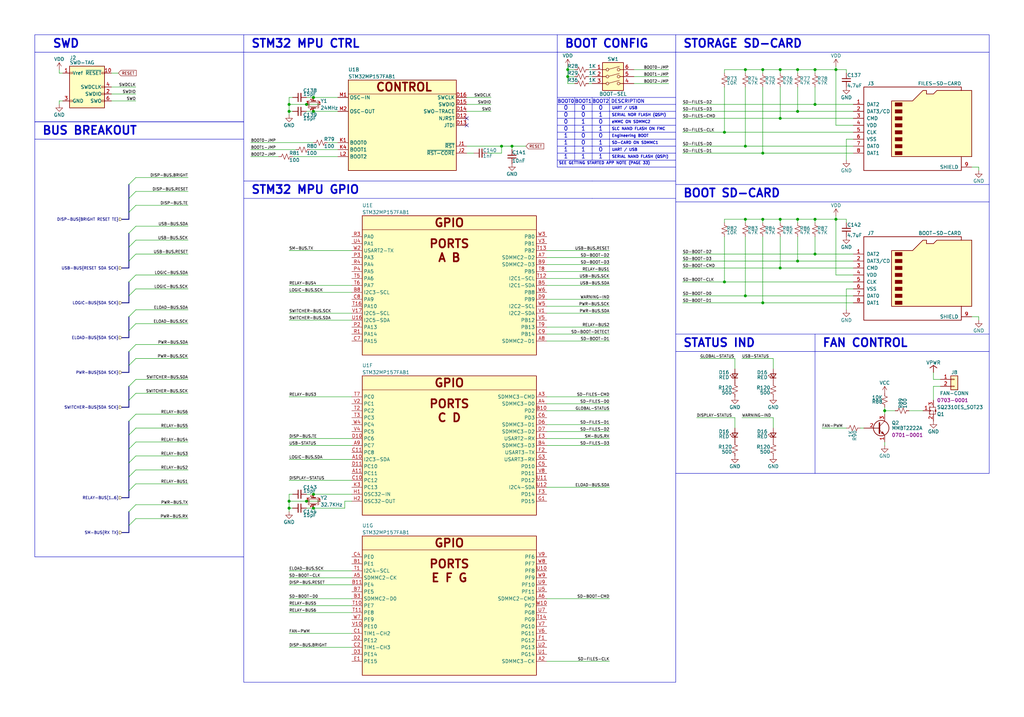
<source format=kicad_sch>
(kicad_sch (version 20230121) (generator eeschema)
  (paper "User" 373.38 261.62)
  (title_block (title "Benchy Reloaded") (rev "REV2") (company "Daxxn Industries"))
  (lib_symbols
    (symbol "Connector:Micro_SD_Card" (pin_names (offset 1.016))
      (property "Reference" "J" (at -16.51 15.24 0))
      (property "Value" "Micro_SD_Card" (at 16.51 15.24 0))
      (symbol "Micro_SD_Card_1_1"
        (pin bidirectional line (at -22.86 7.62 0) (length 3.81) (name "DAT2") (number "1"))
        (pin bidirectional line (at -22.86 5.08 0) (length 3.81) (name "DAT3/CD") (number "2"))
        (pin input line (at -22.86 2.54 0) (length 3.81) (name "CMD") (number "3"))
        (pin power_in line (at -22.86 0 0) (length 3.81) (name "VDD") (number "4"))
        (pin input line (at -22.86 -2.54 0) (length 3.81) (name "CLK") (number "5"))
        (pin power_in line (at -22.86 -5.08 0) (length 3.81) (name "VSS") (number "6"))
        (pin bidirectional line (at -22.86 -7.62 0) (length 3.81) (name "DAT0") (number "7"))
        (pin bidirectional line (at -22.86 -10.16 0) (length 3.81) (name "DAT1") (number "8"))
        (pin passive line (at 20.32 -15.24 180) (length 3.81) (name "SHIELD") (number "9"))
      )
    )
    (symbol "Connector_Generic:Conn_01x02" (pin_names (offset 1.016) hide)
      (property "Reference" "J" (at 0 2.54 0))
      (property "Value" "Conn_01x02" (at 0 -5.08 0))
      (symbol "Conn_01x02_1_1"
        (pin passive line (at -5.08 0 0) (length 3.81) (name "Pin_1") (number "1"))
        (pin passive line (at -5.08 -2.54 0) (length 3.81) (name "Pin_2") (number "2"))
      )
    )
    (symbol "Daxxn_Connectors:SWD-TAG" (pin_names (offset 1.016))
      (property "Reference" "J" (at 0 3.81 0))
      (property "Value" "SWD-TAG" (at 0 1.27 0))
      (symbol "SWD-TAG_1_1"
        (pin power_in line (at -2.54 -2.54 0) (length 2.54) (name "Vref") (number "1"))
        (pin open_collector line (at 15.24 -2.54 180) (length 2.54) (name "~{RESET}") (number "10"))
        (pin bidirectional line (at 15.24 -10.16 180) (length 2.54) (name "SWDIO") (number "2"))
        (pin power_in line (at -2.54 -12.7 0) (length 2.54) (name "GND") (number "3"))
        (pin output line (at 15.24 -7.62 180) (length 2.54) (name "SWDCLK") (number "4"))
        (pin passive line (at -2.54 -12.7 0) (length 2.54) hide (name "GND") (number "5"))
        (pin input line (at 15.24 -12.7 180) (length 2.54) (name "SWO") (number "6"))
        (pin no_connect line (at -2.54 -6.35 0) (length 2.54) hide (name "NC") (number "7"))
        (pin no_connect line (at -2.54 -7.62 0) (length 2.54) hide (name "NC") (number "8"))
        (pin passive line (at -2.54 -12.7 0) (length 2.54) hide (name "GNDDetect") (number "9"))
      )
    )
    (symbol "Daxxn_MicroProcessors:STM32MP157FAB1"
      (property "Reference" "U" (at 0 6.35 0))
      (property "Value" "STM32MP157FAB1" (at 0 3.81 0))
      (symbol "STM32MP157FAB1_1_0"
        (text "POWER" (at 19.05 -1.27 0) (effects (font (size 3 3) bold)))
      )
      (symbol "STM32MP157FAB1_1_1"
        (text "x11" (at 11.43 -49.53 0) (effects (font (size 1.27 1.27)) (justify left)))
        (text "x14" (at 5.08 -5.08 0) (effects (font (size 1.27 1.27)) (justify left)))
        (text "x3" (at 31.75 -57.15 0) (effects (font (size 1.27 1.27)) (justify right)))
        (text "x34" (at 10.16 -44.45 0) (effects (font (size 1.27 1.27)) (justify left)))
        (text "x4" (at 25.4 -50.8 0) (effects (font (size 1.27 1.27)) (justify right)))
        (text "x5" (at 27.94 -77.47 0) (effects (font (size 1.27 1.27)) (justify right)))
        (text "x85" (at 33.02 -85.09 0) (effects (font (size 1.27 1.27)) (justify right)))
        (pin power_in line (at 41.91 -85.09 180) (length 3.81) (name "GND") (number "A1"))
        (pin power_in line (at -3.81 -60.96 0) (length 3.81) (name "VDD-DSI") (number "A12"))
        (pin power_in line (at -3.81 -76.2 0) (length 3.81) (name "VDD1V2_DSI-PHY") (number "A16"))
        (pin power_in line (at 41.91 -85.09 180) (length 3.81) hide (name "GND") (number "A19"))
        (pin power_in line (at -3.81 -85.09 0) (length 3.81) (name "VDDA1V8-DSI") (number "B12"))
        (pin power_in line (at -3.81 -73.66 0) (length 3.81) (name "VDD1V2-DSI-REG") (number "B16"))
        (pin power_in line (at 41.91 -85.09 180) (length 3.81) hide (name "GND") (number "B2"))
        (pin power_in line (at 41.91 -85.09 180) (length 3.81) hide (name "GND") (number "B6"))
        (pin power_in line (at 41.91 -77.47 180) (length 3.81) (name "GND-DSI") (number "C12"))
        (pin power_in line (at 41.91 -77.47 180) (length 3.81) hide (name "GND-DSI") (number "C13"))
        (pin power_in line (at 41.91 -77.47 180) (length 3.81) hide (name "GND-DSI") (number "C14"))
        (pin power_in line (at 41.91 -77.47 180) (length 3.81) hide (name "GND-DSI") (number "C15"))
        (pin power_in line (at 41.91 -77.47 180) (length 3.81) hide (name "GND-DSI") (number "C16"))
        (pin power_in line (at 41.91 -85.09 180) (length 3.81) hide (name "GND") (number "C17"))
        (pin power_in line (at 41.91 -85.09 180) (length 3.81) hide (name "GND") (number "C3"))
        (pin power_in line (at 41.91 -85.09 180) (length 3.81) hide (name "GND") (number "D1"))
        (pin power_in line (at 41.91 -85.09 180) (length 3.81) hide (name "GND") (number "D4"))
        (pin power_in line (at 41.91 -85.09 180) (length 3.81) hide (name "GND") (number "D5"))
        (pin power_in line (at 41.91 -85.09 180) (length 3.81) hide (name "GND") (number "D8"))
        (pin power_in line (at 41.91 -85.09 180) (length 3.81) hide (name "GND") (number "E10"))
        (pin power_in line (at -3.81 -44.45 0) (length 3.81) hide (name "VDDCORE") (number "E11"))
        (pin power_in line (at 41.91 -85.09 180) (length 3.81) hide (name "GND") (number "E12"))
        (pin power_in line (at -3.81 -44.45 0) (length 3.81) hide (name "VDDCORE") (number "E13"))
        (pin power_in line (at 41.91 -85.09 180) (length 3.81) hide (name "GND") (number "E14"))
        (pin power_in line (at -3.81 -49.53 0) (length 3.81) hide (name "VDDQ-DDR") (number "E15"))
        (pin power_in line (at 41.91 -85.09 180) (length 3.81) hide (name "GND") (number "E16"))
        (pin power_in line (at 41.91 -85.09 180) (length 3.81) hide (name "GND") (number "E2"))
        (pin power_in line (at 41.91 -85.09 180) (length 3.81) hide (name "GND") (number "E4"))
        (pin power_in line (at 41.91 -85.09 180) (length 3.81) hide (name "GND") (number "E5"))
        (pin power_in line (at 41.91 -85.09 180) (length 3.81) hide (name "GND") (number "E6"))
        (pin power_in line (at -3.81 -44.45 0) (length 3.81) (name "VDDCORE") (number "E7"))
        (pin power_in line (at 41.91 -85.09 180) (length 3.81) hide (name "GND") (number "E8"))
        (pin power_in line (at -3.81 -44.45 0) (length 3.81) hide (name "VDDCORE") (number "E9"))
        (pin power_in line (at -3.81 -44.45 0) (length 3.81) hide (name "VDDCORE") (number "F10"))
        (pin power_in line (at 41.91 -85.09 180) (length 3.81) hide (name "GND") (number "F11"))
        (pin power_in line (at -3.81 -44.45 0) (length 3.81) hide (name "VDDCORE") (number "F12"))
        (pin power_in line (at 41.91 -73.66 180) (length 3.81) (name "GND-PLL2") (number "F13"))
        (pin power_in line (at -3.81 -49.53 0) (length 3.81) hide (name "VDDQ-DDR") (number "F14"))
        (pin power_in line (at 41.91 -85.09 180) (length 3.81) hide (name "GND") (number "F15"))
        (pin power_in line (at -3.81 -44.45 0) (length 3.81) hide (name "VDDCORE") (number "F4"))
        (pin power_in line (at 41.91 -85.09 180) (length 3.81) hide (name "GND") (number "F5"))
        (pin power_in line (at -3.81 -44.45 0) (length 3.81) hide (name "VDDCORE") (number "F6"))
        (pin power_in line (at 41.91 -85.09 180) (length 3.81) hide (name "GND") (number "F7"))
        (pin power_in line (at -3.81 -44.45 0) (length 3.81) hide (name "VDDCORE") (number "F8"))
        (pin power_in line (at 41.91 -85.09 180) (length 3.81) hide (name "GND") (number "F9"))
        (pin power_in line (at 41.91 -85.09 180) (length 3.81) hide (name "GND") (number "G10"))
        (pin power_in line (at -3.81 -44.45 0) (length 3.81) hide (name "VDDCORE") (number "G11"))
        (pin power_in line (at 41.91 -85.09 180) (length 3.81) hide (name "GND") (number "G12"))
        (pin power_in line (at -3.81 -11.43 0) (length 3.81) (name "VDD-PLL2") (number "G13"))
        (pin power_in line (at 41.91 -85.09 180) (length 3.81) hide (name "GND") (number "G14"))
        (pin power_in line (at -3.81 -49.53 0) (length 3.81) hide (name "VDDQ-DDR") (number "G15"))
        (pin power_in line (at 41.91 -85.09 180) (length 3.81) hide (name "GND") (number "G2"))
        (pin power_in line (at 41.91 -85.09 180) (length 3.81) hide (name "GND") (number "G4"))
        (pin power_in line (at -3.81 -44.45 0) (length 3.81) hide (name "VDDCORE") (number "G5"))
        (pin power_in line (at 41.91 -85.09 180) (length 3.81) hide (name "GND") (number "G6"))
        (pin power_in line (at -3.81 -44.45 0) (length 3.81) hide (name "VDDCORE") (number "G7"))
        (pin power_in line (at 41.91 -85.09 180) (length 3.81) hide (name "GND") (number "G8"))
        (pin power_in line (at -3.81 -44.45 0) (length 3.81) hide (name "VDDCORE") (number "G9"))
        (pin power_in line (at -3.81 -44.45 0) (length 3.81) hide (name "VDDCORE") (number "H10"))
        (pin power_in line (at 41.91 -85.09 180) (length 3.81) hide (name "GND") (number "H11"))
        (pin power_in line (at -3.81 -44.45 0) (length 3.81) hide (name "VDDCORE") (number "H12"))
        (pin power_in line (at 41.91 -85.09 180) (length 3.81) hide (name "GND") (number "H13"))
        (pin power_in line (at -3.81 -49.53 0) (length 3.81) hide (name "VDDQ-DDR") (number "H14"))
        (pin power_in line (at 41.91 -85.09 180) (length 3.81) hide (name "GND") (number "H15"))
        (pin input line (at 41.91 -5.08 180) (length 3.81) (name "VBAT") (number "H3"))
        (pin power_in line (at -3.81 -44.45 0) (length 3.81) hide (name "VDDCORE") (number "H4"))
        (pin power_in line (at 41.91 -85.09 180) (length 3.81) hide (name "GND") (number "H5"))
        (pin power_in line (at -3.81 -44.45 0) (length 3.81) hide (name "VDDCORE") (number "H6"))
        (pin power_in line (at 41.91 -85.09 180) (length 3.81) hide (name "GND") (number "H7"))
        (pin power_in line (at -3.81 -44.45 0) (length 3.81) hide (name "VDDCORE") (number "H8"))
        (pin power_in line (at 41.91 -85.09 180) (length 3.81) hide (name "GND") (number "H9"))
        (pin power_in line (at 41.91 -85.09 180) (length 3.81) hide (name "GND") (number "J10"))
        (pin power_in line (at -3.81 -44.45 0) (length 3.81) hide (name "VDDCORE") (number "J11"))
        (pin power_in line (at 41.91 -85.09 180) (length 3.81) hide (name "GND") (number "J12"))
        (pin power_in line (at -3.81 -44.45 0) (length 3.81) hide (name "VDDCORE") (number "J13"))
        (pin power_in line (at 41.91 -85.09 180) (length 3.81) hide (name "GND") (number "J14"))
        (pin power_in line (at -3.81 -49.53 0) (length 3.81) hide (name "VDDQ-DDR") (number "J15"))
        (pin power_in line (at 41.91 -85.09 180) (length 3.81) hide (name "GND") (number "J3"))
        (pin power_in line (at 41.91 -71.12 180) (length 3.81) (name "GND-PLL") (number "J4"))
        (pin power_in line (at -3.81 -8.89 0) (length 3.81) (name "VDD-PLL") (number "J5"))
        (pin power_in line (at 41.91 -85.09 180) (length 3.81) hide (name "GND") (number "J6"))
        (pin power_in line (at -3.81 -44.45 0) (length 3.81) hide (name "VDDCORE") (number "J7"))
        (pin power_in line (at 41.91 -85.09 180) (length 3.81) hide (name "GND") (number "J8"))
        (pin power_in line (at -3.81 -44.45 0) (length 3.81) hide (name "VDDCORE") (number "J9"))
        (pin power_in line (at -3.81 -44.45 0) (length 3.81) hide (name "VDDCORE") (number "K10"))
        (pin power_in line (at 41.91 -85.09 180) (length 3.81) hide (name "GND") (number "K11"))
        (pin power_in line (at -3.81 -44.45 0) (length 3.81) hide (name "VDDCORE") (number "K12"))
        (pin power_in line (at 41.91 -85.09 180) (length 3.81) hide (name "GND") (number "K13"))
        (pin power_in line (at -3.81 -49.53 0) (length 3.81) hide (name "VDDQ-DDR") (number "K14"))
        (pin power_in line (at 41.91 -85.09 180) (length 3.81) hide (name "GND") (number "K15"))
        (pin power_in line (at 41.91 -85.09 180) (length 3.81) hide (name "GND") (number "K2"))
        (pin power_in line (at 41.91 -85.09 180) (length 3.81) hide (name "GND") (number "K5"))
        (pin power_in line (at -3.81 -5.08 0) (length 3.81) (name "VDD") (number "K6"))
        (pin power_in line (at 41.91 -85.09 180) (length 3.81) hide (name "GND") (number "K7"))
        (pin power_in line (at -3.81 -44.45 0) (length 3.81) hide (name "VDDCORE") (number "K8"))
        (pin power_in line (at 41.91 -85.09 180) (length 3.81) hide (name "GND") (number "K9"))
        (pin input line (at 41.91 -12.7 180) (length 3.81) (name "PWR-ON") (number "L1"))
        (pin power_in line (at 41.91 -85.09 180) (length 3.81) hide (name "GND") (number "L10"))
        (pin power_in line (at -3.81 -44.45 0) (length 3.81) hide (name "VDDCORE") (number "L11"))
        (pin power_in line (at 41.91 -85.09 180) (length 3.81) hide (name "GND") (number "L12"))
        (pin power_in line (at -3.81 -44.45 0) (length 3.81) hide (name "VDDCORE") (number "L13"))
        (pin power_in line (at 41.91 -85.09 180) (length 3.81) hide (name "GND") (number "L14"))
        (pin power_in line (at -3.81 -49.53 0) (length 3.81) hide (name "VDDQ-DDR") (number "L15"))
        (pin power_in line (at -3.81 -33.02 0) (length 3.81) (name "VDD-ANA") (number "L3"))
        (pin power_in line (at 41.91 -62.23 180) (length 3.81) (name "GND-ANA") (number "L4"))
        (pin power_in line (at -3.81 -5.08 0) (length 3.81) hide (name "VDD") (number "L5"))
        (pin power_in line (at 41.91 -85.09 180) (length 3.81) hide (name "GND") (number "L6"))
        (pin power_in line (at -3.81 -5.08 0) (length 3.81) hide (name "VDD") (number "L7"))
        (pin power_in line (at 41.91 -85.09 180) (length 3.81) hide (name "GND") (number "L8"))
        (pin power_in line (at -3.81 -44.45 0) (length 3.81) hide (name "VDDCORE") (number "L9"))
        (pin power_in line (at -3.81 -44.45 0) (length 3.81) hide (name "VDDCORE") (number "M10"))
        (pin power_in line (at 41.91 -85.09 180) (length 3.81) hide (name "GND") (number "M11"))
        (pin power_in line (at -3.81 -44.45 0) (length 3.81) hide (name "VDDCORE") (number "M12"))
        (pin power_in line (at 41.91 -85.09 180) (length 3.81) hide (name "GND") (number "M13"))
        (pin power_in line (at -3.81 -49.53 0) (length 3.81) hide (name "VDDQ-DDR") (number "M14"))
        (pin power_in line (at 41.91 -85.09 180) (length 3.81) hide (name "GND") (number "M15"))
        (pin input line (at 41.91 -43.18 180) (length 3.81) (name "VREF-") (number "M3"))
        (pin power_in line (at -3.81 -30.48 0) (length 3.81) (name "VDDA") (number "M4"))
        (pin power_in line (at 41.91 -85.09 180) (length 3.81) hide (name "GND") (number "M5"))
        (pin power_in line (at -3.81 -5.08 0) (length 3.81) hide (name "VDD") (number "M6"))
        (pin power_in line (at 41.91 -85.09 180) (length 3.81) hide (name "GND") (number "M7"))
        (pin power_in line (at -3.81 -5.08 0) (length 3.81) hide (name "VDD") (number "M8"))
        (pin power_in line (at 41.91 -85.09 180) (length 3.81) hide (name "GND") (number "M9"))
        (pin input line (at 41.91 -19.05 180) (length 3.81) (name "PDR-ON-CORE") (number "N1"))
        (pin power_in line (at 41.91 -85.09 180) (length 3.81) hide (name "GND") (number "N10"))
        (pin power_in line (at -3.81 -44.45 0) (length 3.81) hide (name "VDDCORE") (number "N11"))
        (pin power_in line (at 41.91 -85.09 180) (length 3.81) hide (name "GND") (number "N12"))
        (pin power_in line (at -3.81 -44.45 0) (length 3.81) hide (name "VDDCORE") (number "N13"))
        (pin power_in line (at 41.91 -85.09 180) (length 3.81) hide (name "GND") (number "N14"))
        (pin power_in line (at -3.81 -49.53 0) (length 3.81) (name "VDDQ-DDR") (number "N15"))
        (pin input line (at 41.91 -16.51 180) (length 3.81) (name "PDR-ON") (number "N2"))
        (pin input line (at -3.81 -26.67 0) (length 3.81) (name "VREF+") (number "N3"))
        (pin power_in line (at 41.91 -57.15 180) (length 3.81) (name "GNDA") (number "N4"))
        (pin power_in line (at -3.81 -5.08 0) (length 3.81) hide (name "VDD") (number "N5"))
        (pin power_in line (at 41.91 -85.09 180) (length 3.81) hide (name "GND") (number "N6"))
        (pin power_in line (at -3.81 -5.08 0) (length 3.81) hide (name "VDD") (number "N7"))
        (pin power_in line (at 41.91 -85.09 180) (length 3.81) hide (name "GND") (number "N8"))
        (pin power_in line (at -3.81 -5.08 0) (length 3.81) hide (name "VDD") (number "N9"))
        (pin input line (at 41.91 -10.16 180) (length 3.81) (name "PWR-LP") (number "P1"))
        (pin power_in line (at -3.81 -5.08 0) (length 3.81) hide (name "VDD") (number "P10"))
        (pin power_in line (at 41.91 -85.09 180) (length 3.81) hide (name "GND") (number "P11"))
        (pin power_in line (at -3.81 -44.45 0) (length 3.81) hide (name "VDDCORE") (number "P12"))
        (pin power_in line (at 41.91 -85.09 180) (length 3.81) hide (name "GND") (number "P13"))
        (pin power_in line (at -3.81 -49.53 0) (length 3.81) hide (name "VDDQ-DDR") (number "P14"))
        (pin power_in line (at 41.91 -85.09 180) (length 3.81) hide (name "GND") (number "P15"))
        (pin power_in line (at 41.91 -57.15 180) (length 3.81) hide (name "GNDA") (number "P5"))
        (pin power_in line (at -3.81 -5.08 0) (length 3.81) hide (name "VDD") (number "P6"))
        (pin power_in line (at 41.91 -85.09 180) (length 3.81) hide (name "GND") (number "P7"))
        (pin power_in line (at -3.81 -5.08 0) (length 3.81) hide (name "VDD") (number "P8"))
        (pin power_in line (at 41.91 -85.09 180) (length 3.81) hide (name "GND") (number "P9"))
        (pin power_in line (at 41.91 -85.09 180) (length 3.81) hide (name "GND") (number "R10"))
        (pin power_in line (at -3.81 -5.08 0) (length 3.81) hide (name "VDD") (number "R11"))
        (pin power_in line (at 41.91 -85.09 180) (length 3.81) hide (name "GND") (number "R12"))
        (pin power_in line (at -3.81 -44.45 0) (length 3.81) hide (name "VDDCORE") (number "R13"))
        (pin power_in line (at 41.91 -85.09 180) (length 3.81) hide (name "GND") (number "R14"))
        (pin power_in line (at -3.81 -49.53 0) (length 3.81) hide (name "VDDQ-DDR") (number "R15"))
        (pin power_in line (at 41.91 -85.09 180) (length 3.81) hide (name "GND") (number "R16"))
        (pin power_in line (at 41.91 -85.09 180) (length 3.81) hide (name "GND") (number "R2"))
        (pin power_in line (at 41.91 -57.15 180) (length 3.81) hide (name "GNDA") (number "R5"))
        (pin power_in line (at 41.91 -85.09 180) (length 3.81) hide (name "GND") (number "R6"))
        (pin power_in line (at -3.81 -5.08 0) (length 3.81) hide (name "VDD") (number "R7"))
        (pin power_in line (at 41.91 -85.09 180) (length 3.81) hide (name "GND") (number "R8"))
        (pin power_in line (at -3.81 -5.08 0) (length 3.81) hide (name "VDD") (number "R9"))
        (pin input line (at 41.91 -24.13 180) (length 3.81) (name "BYPASS-REG1V8") (number "T15"))
        (pin power_in line (at 41.91 -85.09 180) (length 3.81) hide (name "GND") (number "T4"))
        (pin power_in line (at 41.91 -50.8 180) (length 3.81) (name "GND-USBHS") (number "U13"))
        (pin power_in line (at 41.91 -50.8 180) (length 3.81) hide (name "GND-USBHS") (number "U14"))
        (pin power_in line (at 41.91 -85.09 180) (length 3.81) hide (name "GND") (number "U17"))
        (pin power_in line (at 41.91 -85.09 180) (length 3.81) hide (name "GND") (number "U3"))
        (pin power_in line (at 41.91 -85.09 180) (length 3.81) hide (name "GND") (number "U6"))
        (pin power_in line (at 41.91 -85.09 180) (length 3.81) hide (name "GND") (number "U8"))
        (pin power_in line (at -3.81 -82.55 0) (length 3.81) (name "VDDA1V8-REG") (number "V11"))
        (pin power_in line (at 41.91 -50.8 180) (length 3.81) hide (name "GND-USBHS") (number "V12"))
        (pin power_in line (at 41.91 -50.8 180) (length 3.81) hide (name "GND-USBHS") (number "V15"))
        (pin power_in line (at 41.91 -85.09 180) (length 3.81) hide (name "GND") (number "W1"))
        (pin power_in line (at -3.81 -68.58 0) (length 3.81) (name "VDDA1V1-REG") (number "W11"))
        (pin power_in line (at -3.81 -15.24 0) (length 3.81) (name "VDD3V3-USBHS") (number "W12"))
        (pin power_in line (at -3.81 -17.78 0) (length 3.81) (name "VDD3V3-USBFS") (number "W15"))
        (pin power_in line (at 41.91 -85.09 180) (length 3.81) hide (name "GND") (number "W19"))
      )
      (symbol "STM32MP157FAB1_2_0"
        (text "CONTROL" (at 20.32 -1.27 0) (effects (font (size 3 3) bold)))
      )
      (symbol "STM32MP157FAB1_2_1"
        (pin input line (at 43.18 -12.7 180) (length 3.81) (name "NJRST") (number "D12"))
        (pin input line (at 43.18 -15.24 180) (length 3.81) (name "JTDI") (number "D13"))
        (pin output line (at 43.18 -10.16 180) (length 3.81) (name "SWO-TRACE") (number "D14"))
        (pin bidirectional line (at 43.18 -7.62 180) (length 3.81) (name "SWDIO") (number "D15"))
        (pin input line (at 43.18 -5.08 180) (length 3.81) (name "SWCLK") (number "D16"))
        (pin input line (at 43.18 -22.86 180) (length 3.81) (name "~{RST}") (number "J1"))
        (pin input line (at 43.18 -25.4 180) (length 3.81) (name "~{RST-CORE}") (number "J2"))
        (pin input line (at -3.81 -21.59 0) (length 3.81) (name "BOOT0") (number "K1"))
        (pin input line (at -3.81 -24.13 0) (length 3.81) (name "BOOT1") (number "K4"))
        (pin input line (at -3.81 -26.67 0) (length 3.81) (name "BOOT2") (number "L2"))
        (pin input line (at -3.81 -5.08 0) (length 3.81) (name "OSC-IN") (number "M1"))
        (pin output line (at -3.81 -10.16 0) (length 3.81) (name "OSC-OUT") (number "M2"))
      )
      (symbol "STM32MP157FAB1_3_0"
        (text "DRAM" (at 17.78 0 0) (effects (font (size 3 3) bold)))
      )
      (symbol "STM32MP157FAB1_3_1"
        (pin bidirectional line (at 39.37 -22.86 180) (length 3.81) (name "DDR-DQ0") (number "A17"))
        (pin bidirectional line (at 39.37 -25.4 180) (length 3.81) (name "DDR-DQ1") (number "A18"))
        (pin bidirectional line (at 39.37 -30.48 180) (length 3.81) (name "DDR-DQ3") (number "B17"))
        (pin bidirectional line (at 39.37 -40.64 180) (length 3.81) (name "DDR-DQ7") (number "B18"))
        (pin bidirectional line (at 39.37 -45.72 180) (length 3.81) (name "DDR-DQS0N") (number "B19"))
        (pin bidirectional line (at 39.37 -48.26 180) (length 3.81) (name "DDR-DQM0") (number "C18"))
        (pin bidirectional line (at 39.37 -43.18 180) (length 3.81) (name "DDR-DQS0P") (number "C19"))
        (pin bidirectional line (at 39.37 -35.56 180) (length 3.81) (name "DDR-DQ5") (number "D17"))
        (pin bidirectional line (at 39.37 -27.94 180) (length 3.81) (name "DDR-DQ2") (number "D18"))
        (pin bidirectional line (at 39.37 -38.1 180) (length 3.81) (name "DDR-DQ6") (number "D19"))
        (pin bidirectional line (at -3.81 -27.94 0) (length 3.81) (name "DDR-A7") (number "E17"))
        (pin bidirectional line (at 39.37 -33.02 180) (length 3.81) (name "DDR-DQ4") (number "E18"))
        (pin bidirectional line (at -3.81 -43.18 0) (length 3.81) (name "DDR-A13") (number "F17"))
        (pin bidirectional line (at 39.37 -82.55 180) (length 3.81) (name "DDR-ZQ") (number "F18"))
        (pin bidirectional line (at -3.81 -17.78 0) (length 3.81) (name "DDR-A3") (number "F19"))
        (pin bidirectional line (at -3.81 -82.55 0) (length 3.81) (name "DDR-RESET") (number "G16"))
        (pin bidirectional line (at -3.81 -33.02 0) (length 3.81) (name "DDR-A9") (number "G17"))
        (pin bidirectional line (at -3.81 -15.24 0) (length 3.81) (name "DDR-A2") (number "G18"))
        (pin bidirectional line (at 39.37 -12.7 180) (length 3.81) (name "DDR-BA0") (number "G19"))
        (pin bidirectional line (at -3.81 -22.86 0) (length 3.81) (name "DDR-A5") (number "H17"))
        (pin bidirectional line (at -3.81 -10.16 0) (length 3.81) (name "DDR-A0") (number "H18"))
        (pin bidirectional line (at -3.81 -76.2 0) (length 3.81) (name "DDR-ODT") (number "H19"))
        (pin bidirectional line (at 39.37 -17.78 180) (length 3.81) (name "DDR-BA2") (number "J16"))
        (pin bidirectional line (at -3.81 -73.66 0) (length 3.81) (name "DDR-WEN") (number "J17"))
        (pin bidirectional line (at -3.81 -68.58 0) (length 3.81) (name "DDR-CSN") (number "J18"))
        (pin bidirectional line (at -3.81 -58.42 0) (length 3.81) (name "DDR-DTO1") (number "J19"))
        (pin bidirectional line (at -3.81 -66.04 0) (length 3.81) (name "DDR-CASN") (number "K17"))
        (pin bidirectional line (at -3.81 -55.88 0) (length 3.81) (name "DDR-DTO0") (number "K18"))
        (pin bidirectional line (at 39.37 -7.62 180) (length 3.81) (name "DDR-CLKN") (number "K19"))
        (pin bidirectional line (at -3.81 -48.26 0) (length 3.81) (name "DDR-A15") (number "L16"))
        (pin bidirectional line (at -3.81 -40.64 0) (length 3.81) (name "DDR-A12") (number "L17"))
        (pin bidirectional line (at -3.81 -63.5 0) (length 3.81) (name "DDR-RASN") (number "L18"))
        (pin bidirectional line (at 39.37 -5.08 180) (length 3.81) (name "DDR-CLKP") (number "L19"))
        (pin bidirectional line (at -3.81 -12.7 0) (length 3.81) (name "DDR-A1") (number "M17"))
        (pin bidirectional line (at -3.81 -38.1 0) (length 3.81) (name "DDR-A11") (number "M18"))
        (pin bidirectional line (at -3.81 -35.56 0) (length 3.81) (name "DDR-A10") (number "M19"))
        (pin bidirectional line (at -3.81 -25.4 0) (length 3.81) (name "DDR-A6") (number "N16"))
        (pin bidirectional line (at 39.37 -15.24 180) (length 3.81) (name "DDR-BA1") (number "N17"))
        (pin bidirectional line (at -3.81 -45.72 0) (length 3.81) (name "DDR-A14") (number "N18"))
        (pin bidirectional line (at -3.81 -53.34 0) (length 3.81) (name "DDR-ATO") (number "N19"))
        (pin bidirectional line (at -3.81 -20.32 0) (length 3.81) (name "DDR-A4") (number "P17"))
        (pin bidirectional line (at 39.37 -53.34 180) (length 3.81) (name "DDR-DQ8") (number "P18"))
        (pin bidirectional line (at -3.81 -71.12 0) (length 3.81) (name "DDR-CKE") (number "P19"))
        (pin bidirectional line (at -3.81 -30.48 0) (length 3.81) (name "DDR-A8") (number "R17"))
        (pin bidirectional line (at 39.37 -58.42 180) (length 3.81) (name "DDR-DQ10") (number "R18"))
        (pin bidirectional line (at 39.37 -55.88 180) (length 3.81) (name "DDR-DQ9") (number "T17"))
        (pin bidirectional line (at 39.37 -66.04 180) (length 3.81) (name "DDR-DQ13") (number "T18"))
        (pin bidirectional line (at 39.37 -76.2 180) (length 3.81) (name "DDR-DQS1N") (number "T19"))
        (pin bidirectional line (at 39.37 -78.74 180) (length 3.81) (name "DDR-DQM1") (number "U18"))
        (pin bidirectional line (at 39.37 -73.66 180) (length 3.81) (name "DDR-DQS1P") (number "U19"))
        (pin bidirectional line (at 39.37 -68.58 180) (length 3.81) (name "DDR-DQ14") (number "V18"))
        (pin bidirectional line (at 39.37 -60.96 180) (length 3.81) (name "DDR-DQ11") (number "V19"))
        (pin bidirectional line (at -3.81 -5.08 0) (length 3.81) (name "DDR-VREF") (number "W16"))
        (pin bidirectional line (at 39.37 -71.12 180) (length 3.81) (name "DDR-DQ15") (number "W17"))
        (pin bidirectional line (at 39.37 -63.5 180) (length 3.81) (name "DDR-DQ12") (number "W18"))
      )
      (symbol "STM32MP157FAB1_4_1"
        (text "LCD" (at 0 -3.81 0) (effects (font (size 2.4 2.4) bold) (justify left bottom)))
        (text "USB" (at 38.1 -3.81 0) (effects (font (size 2.4 2.4) bold) (justify right bottom)))
        (pin bidirectional line (at -3.81 -16.51 0) (length 3.81) (name "DSI-D0N") (number "A13"))
        (pin bidirectional line (at -3.81 -8.89 0) (length 3.81) (name "DSI-CKN") (number "A14"))
        (pin bidirectional line (at -3.81 -24.13 0) (length 3.81) (name "DSI-D1N") (number "A15"))
        (pin bidirectional line (at -3.81 -13.97 0) (length 3.81) (name "DSI-D0P") (number "B13"))
        (pin bidirectional line (at -3.81 -6.35 0) (length 3.81) (name "DSI-CKP") (number "B14"))
        (pin bidirectional line (at -3.81 -21.59 0) (length 3.81) (name "DSI-D1P") (number "B15"))
        (pin input line (at 41.91 -6.35 180) (length 3.81) (name "OTG-VBUS") (number "U15"))
        (pin bidirectional line (at 41.91 -24.13 180) (length 3.81) (name "USB-DM2") (number "V13"))
        (pin bidirectional line (at 41.91 -13.97 180) (length 3.81) (name "USB-DP1") (number "V14"))
        (pin input line (at 41.91 -8.89 180) (length 3.81) (name "USB-RREF") (number "V16"))
        (pin bidirectional line (at 41.91 -21.59 180) (length 3.81) (name "USB-DP2") (number "W13"))
        (pin bidirectional line (at 41.91 -16.51 180) (length 3.81) (name "USB-DM1") (number "W14"))
      )
      (symbol "STM32MP157FAB1_5_0"
        (text "A B" (at 31.75 -12.7 0) (effects (font (size 3 3) bold)))
        (text "GPIO" (at 31.75 0 0) (effects (font (size 3 3) bold)))
        (text "PORTS" (at 31.75 -7.62 0) (effects (font (size 3 3) bold)))
      )
      (symbol "STM32MP157FAB1_5_1"
        (pin bidirectional line (at 67.31 -12.7 180) (length 3.81) (name "PB3") (number "A7") (alternate "SDMMC2-D2" bidirectional line))
        (pin bidirectional line (at 67.31 -43.18 180) (length 3.81) (name "PB15") (number "A8") (alternate "SDMMC2-D1" bidirectional line))
        (pin bidirectional line (at 67.31 -22.86 180) (length 3.81) (name "PB7") (number "B5") (alternate "I2C1-SDA" bidirectional line) (alternate "I2C4-SDA" bidirectional line) (alternate "SDMMC2-D1" bidirectional line))
        (pin bidirectional line (at -3.81 -25.4 0) (length 3.81) (name "PA8") (number "B8") (alternate "I2C3-SCL" bidirectional line))
        (pin bidirectional line (at 67.31 -15.24 180) (length 3.81) (name "PB4") (number "B9") (alternate "SDMMC2-D3" bidirectional line))
        (pin bidirectional line (at -3.81 -43.18 0) (length 3.81) (name "PA15") (number "C7"))
        (pin bidirectional line (at -3.81 -27.94 0) (length 3.81) (name "PA9") (number "C8") (alternate "TIM1-CH2" bidirectional line))
        (pin bidirectional line (at 67.31 -40.64 180) (length 3.81) (name "PB14") (number "C9") (alternate "SDMMC2-D0" bidirectional line))
        (pin bidirectional line (at 67.31 -27.94 180) (length 3.81) (name "PB9") (number "D9") (alternate "I2C1-SDA" bidirectional line) (alternate "I2C4-SDA" bidirectional line))
        (pin bidirectional line (at -3.81 -38.1 0) (length 3.81) (name "PA13") (number "P2"))
        (pin bidirectional line (at -3.81 -12.7 0) (length 3.81) (name "PA3") (number "P3") (alternate "USART2-RX" bidirectional line))
        (pin bidirectional line (at -3.81 -17.78 0) (length 3.81) (name "PA5") (number "P4"))
        (pin bidirectional line (at -3.81 -40.64 0) (length 3.81) (name "PA14") (number "R1"))
        (pin bidirectional line (at -3.81 -5.08 0) (length 3.81) (name "PA0") (number "R3") (alternate "SDMMC2-CMD" bidirectional line))
        (pin bidirectional line (at -3.81 -15.24 0) (length 3.81) (name "PA4") (number "R4"))
        (pin bidirectional line (at 67.31 -20.32 180) (length 3.81) (name "PB6") (number "T12") (alternate "I2C1-SCL" bidirectional line) (alternate "I2C4-SCL" bidirectional line))
        (pin bidirectional line (at 67.31 -10.16 180) (length 3.81) (name "PB2") (number "T13"))
        (pin bidirectional line (at -3.81 -30.48 0) (length 3.81) (name "PA10") (number "T16") (alternate "TIM1-CH3" bidirectional line))
        (pin bidirectional line (at -3.81 -20.32 0) (length 3.81) (name "PA6") (number "T5"))
        (pin bidirectional line (at -3.81 -22.86 0) (length 3.81) (name "PA7") (number "T6"))
        (pin bidirectional line (at 67.31 -17.78 180) (length 3.81) (name "PB5") (number "T8"))
        (pin bidirectional line (at 67.31 -38.1 180) (length 3.81) (name "PB13") (number "T9"))
        (pin bidirectional line (at -3.81 -35.56 0) (length 3.81) (name "PA12") (number "U16") (alternate "I2C5-SDA" bidirectional line))
        (pin bidirectional line (at -3.81 -7.62 0) (length 3.81) (name "PA1") (number "U4"))
        (pin bidirectional line (at 67.31 -33.02 180) (length 3.81) (name "PB11") (number "V1") (alternate "I2C2-SDA" bidirectional line) (alternate "USART3-RX" bidirectional line))
        (pin bidirectional line (at -3.81 -33.02 0) (length 3.81) (name "PA11") (number "V17") (alternate "I2C5-SCL" output line))
        (pin bidirectional line (at 67.31 -7.62 180) (length 3.81) (name "PB1") (number "V3"))
        (pin bidirectional line (at 67.31 -35.56 180) (length 3.81) (name "PB12") (number "V5") (alternate "USART3-RX" bidirectional line))
        (pin bidirectional line (at -3.81 -10.16 0) (length 3.81) (name "PA2") (number "W2") (alternate "USART2-TX" bidirectional line))
        (pin bidirectional line (at 67.31 -5.08 180) (length 3.81) (name "PB0") (number "W3"))
        (pin bidirectional line (at 67.31 -30.48 180) (length 3.81) (name "PB10") (number "W5") (alternate "I2C2-SCL" bidirectional line) (alternate "USART3-TX" bidirectional line))
        (pin bidirectional line (at 67.31 -25.4 180) (length 3.81) (name "PB8") (number "W6") (alternate "I2C1-SCL" bidirectional line) (alternate "I2C4-SCL" bidirectional line))
      )
      (symbol "STM32MP157FAB1_6_1"
        (text "C D" (at 31.75 -12.7 0) (effects (font (size 3 3) bold)))
        (text "GPIO" (at 31.75 0 0) (effects (font (size 3 3) bold)))
        (text "PORTS" (at 31.75 -7.62 0) (effects (font (size 3 3) bold)))
        (pin bidirectional line (at -3.81 -27.94 0) (length 3.81) (name "PC9") (number "A10") (alternate "I2C3-SDA" bidirectional line))
        (pin bidirectional line (at -3.81 -33.02 0) (length 3.81) (name "PC11") (number "A11") (alternate "USART3-RX" bidirectional line))
        (pin bidirectional line (at 67.31 -5.08 180) (length 3.81) (name "PD0") (number "A3") (alternate "I2C5-SDA" bidirectional line) (alternate "SDMMC3-CMD" bidirectional line))
        (pin bidirectional line (at 67.31 -7.62 180) (length 3.81) (name "PD1") (number "A4") (alternate "I2C5-SCL" bidirectional line) (alternate "SDMMC3-D0" bidirectional line))
        (pin bidirectional line (at -3.81 -22.86 0) (length 3.81) (name "PC7") (number "A9"))
        (pin bidirectional line (at 67.31 -10.16 180) (length 3.81) (name "PD2") (number "B10"))
        (pin bidirectional line (at 67.31 -22.86 180) (length 3.81) (name "PD7") (number "B4") (alternate "I2C2-SCL" bidirectional line) (alternate "SDMMC3-D3" bidirectional line))
        (pin bidirectional line (at -3.81 -35.56 0) (length 3.81) (name "PC12") (number "C10"))
        (pin bidirectional line (at -3.81 -25.4 0) (length 3.81) (name "PC8") (number "C11"))
        (pin bidirectional line (at 67.31 -30.48 180) (length 3.81) (name "PD10") (number "C5"))
        (pin bidirectional line (at 67.31 -12.7 180) (length 3.81) (name "PD3") (number "C6"))
        (pin bidirectional line (at -3.81 -20.32 0) (length 3.81) (name "PC6") (number "D10"))
        (pin bidirectional line (at -3.81 -30.48 0) (length 3.81) (name "PC10") (number "D11") (alternate "USART3-TX" bidirectional line))
        (pin bidirectional line (at 67.31 -15.24 180) (length 3.81) (name "PD4") (number "D6") (alternate "SDMMC3-D1" bidirectional line))
        (pin bidirectional line (at 67.31 -17.78 180) (length 3.81) (name "PD5") (number "D7") (alternate "SDMMC3-D2" bidirectional line) (alternate "USART2-TX" bidirectional line))
        (pin bidirectional line (at 67.31 -20.32 180) (length 3.81) (name "PD6") (number "E3") (alternate "USART2-RX" input line))
        (pin bidirectional line (at 67.31 -25.4 180) (length 3.81) (name "PD8") (number "F2") (alternate "USART3-TX" bidirectional line))
        (pin bidirectional line (at 67.31 -40.64 180) (length 3.81) (name "PD14") (number "F3"))
        (pin bidirectional line (at 67.31 -43.18 180) (length 3.81) (name "PD15") (number "G1"))
        (pin bidirectional line (at 67.31 -27.94 180) (length 3.81) (name "PD9") (number "G3") (alternate "USART3-RX" bidirectional line))
        (pin bidirectional line (at -3.81 -40.64 0) (length 3.81) (name "PC14") (number "H1") (alternate "OSC32-IN" input line))
        (pin bidirectional line (at -3.81 -43.18 0) (length 3.81) (name "PC15") (number "H2") (alternate "OSC32-OUT" output line))
        (pin bidirectional line (at -3.81 -38.1 0) (length 3.81) (name "PC13") (number "K3"))
        (pin bidirectional line (at -3.81 -10.16 0) (length 3.81) (name "PC2") (number "T2"))
        (pin bidirectional line (at -3.81 -12.7 0) (length 3.81) (name "PC3") (number "T3"))
        (pin bidirectional line (at -3.81 -5.08 0) (length 3.81) (name "PC0") (number "T7"))
        (pin bidirectional line (at 67.31 -35.56 180) (length 3.81) (name "PD12") (number "U11") (alternate "I2C1-SCL" bidirectional line) (alternate "I2C4-SCL" bidirectional line))
        (pin bidirectional line (at 67.31 -38.1 180) (length 3.81) (name "PD13") (number "U12") (alternate "I2C1-SDA" bidirectional line) (alternate "I2C4-SDA" bidirectional line))
        (pin bidirectional line (at -3.81 -7.62 0) (length 3.81) (name "PC1") (number "V2") (alternate "SDMMC2-CK" bidirectional line))
        (pin bidirectional line (at -3.81 -17.78 0) (length 3.81) (name "PC5") (number "V4"))
        (pin bidirectional line (at 67.31 -33.02 180) (length 3.81) (name "PD11") (number "V8"))
        (pin bidirectional line (at -3.81 -15.24 0) (length 3.81) (name "PC4") (number "W4"))
      )
      (symbol "STM32MP157FAB1_7_1"
        (text "E F G" (at 31.75 -12.7 0) (effects (font (size 3 3) bold)))
        (text "GPIO" (at 31.75 0 0) (effects (font (size 3 3) bold)))
        (text "PORTS" (at 31.75 -7.62 0) (effects (font (size 3 3) bold)))
        (pin bidirectional line (at 67.31 -43.18 180) (length 3.81) (name "PG15") (number "A2") (alternate "I2C2-SDA" bidirectional line) (alternate "SDMMC3-CK" bidirectional line))
        (pin bidirectional line (at -3.81 -12.7 0) (length 3.81) (name "PE3") (number "A5") (alternate "SDMMC2-CK" bidirectional line))
        (pin bidirectional line (at 67.31 -20.32 180) (length 3.81) (name "PG6") (number "A6") (alternate "SDMMC2-CMD" bidirectional line))
        (pin bidirectional line (at -3.81 -7.62 0) (length 3.81) (name "PE1") (number "B1"))
        (pin bidirectional line (at -3.81 -15.24 0) (length 3.81) (name "PE4") (number "B11"))
        (pin bidirectional line (at -3.81 -20.32 0) (length 3.81) (name "PE6") (number "B3") (alternate "SDMMC2-D0" bidirectional line))
        (pin bidirectional line (at -3.81 -17.78 0) (length 3.81) (name "PE5") (number "B7"))
        (pin bidirectional line (at -3.81 -33.02 0) (length 3.81) (name "PE11") (number "C1") (alternate "TIM1-CH2" bidirectional line))
        (pin bidirectional line (at -3.81 -38.1 0) (length 3.81) (name "PE13") (number "C2") (alternate "TIM1-CH3" bidirectional line))
        (pin bidirectional line (at -3.81 -5.08 0) (length 3.81) (name "PE0") (number "C4"))
        (pin bidirectional line (at -3.81 -35.56 0) (length 3.81) (name "PE12") (number "D2"))
        (pin bidirectional line (at -3.81 -40.64 0) (length 3.81) (name "PE14") (number "D3"))
        (pin bidirectional line (at -3.81 -43.18 0) (length 3.81) (name "PE15") (number "E1"))
        (pin bidirectional line (at 67.31 -35.56 180) (length 3.81) (name "PG12") (number "F1"))
        (pin bidirectional line (at -3.81 -10.16 0) (length 3.81) (name "PE2") (number "T1") (alternate "I2C4-SCL" bidirectional line))
        (pin bidirectional line (at -3.81 -22.86 0) (length 3.81) (name "PE7") (number "T10"))
        (pin bidirectional line (at -3.81 -25.4 0) (length 3.81) (name "PE8") (number "T11"))
        (pin bidirectional line (at 67.31 -27.94 180) (length 3.81) (name "PG9") (number "T14"))
        (pin bidirectional line (at 67.31 -40.64 180) (length 3.81) (name "PG14") (number "U1"))
        (pin bidirectional line (at 67.31 -10.16 180) (length 3.81) (name "PF8") (number "U10"))
        (pin bidirectional line (at 67.31 -38.1 180) (length 3.81) (name "PG13") (number "U2"))
        (pin bidirectional line (at 67.31 -17.78 180) (length 3.81) (name "PF11") (number "U5"))
        (pin bidirectional line (at 67.31 -25.4 180) (length 3.81) (name "PG8") (number "U7"))
        (pin bidirectional line (at 67.31 -15.24 180) (length 3.81) (name "PF10") (number "U9"))
        (pin bidirectional line (at -3.81 -30.48 0) (length 3.81) (name "PE10") (number "V10"))
        (pin bidirectional line (at 67.31 -33.02 180) (length 3.81) (name "PG11") (number "V6"))
        (pin bidirectional line (at 67.31 -30.48 180) (length 3.81) (name "PG10") (number "V7"))
        (pin bidirectional line (at 67.31 -5.08 180) (length 3.81) (name "PF6") (number "V9"))
        (pin bidirectional line (at 67.31 -22.86 180) (length 3.81) (name "PG7") (number "W10"))
        (pin bidirectional line (at -3.81 -27.94 0) (length 3.81) (name "PE9") (number "W7"))
        (pin bidirectional line (at 67.31 -7.62 180) (length 3.81) (name "PF7") (number "W8"))
        (pin bidirectional line (at 67.31 -12.7 180) (length 3.81) (name "PF9") (number "W9"))
      )
    )
    (symbol "Daxxn_Power:VPWR" (power) (pin_names (offset 0))
      (property "Value" "VPWR" (at 0 3.556 0))
      (symbol "VPWR_1_1"
        (pin power_in line (at 0 0 90) (length 0) hide (name "VPWR") (number "1"))
      )
    )
    (symbol "Daxxn_Transistors:MMBT2222A" (pin_names (offset 0) hide)
      (property "Reference" "Q" (at 5.08 1.905 0))
      (property "Value" "MMBT2222A" (at 5.08 0 0))
      (property "PartNumber" "0701-0001" (at 5.08 -2.54 0))
      (symbol "MMBT2222A_1_1"
        (pin passive line (at 2.54 -5.08 90) (length 2.54) (name "E") (number "1"))
        (pin passive line (at -5.08 0 0) (length 5.715) (name "B") (number "2"))
        (pin passive line (at 2.54 5.08 270) (length 2.54) (name "C") (number "3"))
      )
    )
    (symbol "Daxxn_Transistors:SQ2310ES_SOT23"
      (property "Reference" "Q" (at 2.54 -1.27 0))
      (property "Value" "SQ2310ES_SOT23" (at 2.54 1.27 0))
      (property "PartNumber" "0703-0001" (at 2.54 3.81 0))
      (symbol "SQ2310ES_SOT23_0_0"
        (pin input line (at -2.54 0 0) (length 2.25) (name "G") (number "1"))
        (pin bidirectional line (at 1.27 -3.81 90) (length 2.54) (name "S") (number "2"))
        (pin bidirectional line (at 1.27 3.81 270) (length 2.54) (name "D") (number "3"))
      )
    )
    (symbol "Device:C_Small" (pin_numbers hide) (pin_names (offset 0.254) hide)
      (property "Reference" "C" (at 0.254 1.778 0))
      (property "Value" "C_Small" (at 0.254 -2.032 0))
      (symbol "C_Small_1_1"
        (pin passive line (at 0 2.54 270) (length 2.032) (name "~") (number "1"))
        (pin passive line (at 0 -2.54 90) (length 2.032) (name "~") (number "2"))
      )
    )
    (symbol "Device:Crystal_GND24_Small" (pin_names (offset 1.016) hide)
      (property "Reference" "Y" (at 1.27 4.445 0))
      (property "Value" "Crystal_GND24_Small" (at 1.27 2.54 0))
      (symbol "Crystal_GND24_Small_1_1"
        (pin passive line (at -2.54 0 0) (length 1.27) (name "1") (number "1"))
        (pin passive line (at 0 -2.54 90) (length 0.635) (name "2") (number "2"))
        (pin passive line (at 2.54 0 180) (length 1.27) (name "3") (number "3"))
        (pin passive line (at 0 2.54 270) (length 0.635) (name "4") (number "4"))
      )
    )
    (symbol "Device:LED_Small" (pin_numbers hide) (pin_names (offset 0.254) hide)
      (property "Reference" "D" (at -1.27 3.175 0))
      (property "Value" "LED_Small" (at -4.445 -2.54 0))
      (symbol "LED_Small_1_1"
        (pin passive line (at -2.54 0 0) (length 1.778) (name "K") (number "1"))
        (pin passive line (at 2.54 0 180) (length 1.778) (name "A") (number "2"))
      )
    )
    (symbol "Device:R_Small_US" (pin_numbers hide) (pin_names (offset 0.254) hide)
      (property "Reference" "R" (at 0.762 0.508 0))
      (property "Value" "R_Small_US" (at 0.762 -1.016 0))
      (symbol "R_Small_US_1_1"
        (pin passive line (at 0 2.54 270) (length 1.016) (name "~") (number "1"))
        (pin passive line (at 0 -2.54 90) (length 1.016) (name "~") (number "2"))
      )
    )
    (symbol "Switch:SW_DIP_x03" (pin_names (offset 0) hide)
      (property "Reference" "SW" (at 0 8.89 0))
      (property "Value" "SW_DIP_x03" (at 0 -3.81 0))
      (symbol "SW_DIP_x03_1_1"
        (pin passive line (at -7.62 5.08 0) (length 5.08) (name "~") (number "1"))
        (pin passive line (at -7.62 2.54 0) (length 5.08) (name "~") (number "2"))
        (pin passive line (at -7.62 0 0) (length 5.08) (name "~") (number "3"))
        (pin passive line (at 7.62 0 180) (length 5.08) (name "~") (number "4"))
        (pin passive line (at 7.62 2.54 180) (length 5.08) (name "~") (number "5"))
        (pin passive line (at 7.62 5.08 180) (length 5.08) (name "~") (number "6"))
      )
    )
    (symbol "power:GND" (power) (pin_names (offset 0))
      (property "Value" "GND" (at 0 -3.81 0))
      (symbol "GND_1_1"
        (pin power_in line (at 0 0 270) (length 0) hide (name "GND") (number "1"))
      )
    )
    (symbol "power:VCC" (power) (pin_names (offset 0))
      (property "Value" "VCC" (at 0 3.81 0))
      (symbol "VCC_1_1"
        (pin power_in line (at 0 0 90) (length 0) hide (name "VCC") (number "1"))
      )
    )
    (symbol "power:VDD" (power) (pin_names (offset 0))
      (property "Value" "VDD" (at 0 3.81 0))
      (symbol "VDD_1_1"
        (pin power_in line (at 0 0 90) (length 0) hide (name "VDD") (number "1"))
      )
    )
  )
  (junction (at 186.69 53.34))
  (junction (at 297.18 25.4))
  (junction (at 290.83 95.25))
  (junction (at 111.76 38.1))
  (junction (at 304.8 80.01))
  (junction (at 278.13 55.88))
  (junction (at 322.58 149.86))
  (junction (at 290.83 40.64))
  (junction (at 264.16 48.26))
  (junction (at 114.3 180.34))
  (junction (at 111.76 182.88))
  (junction (at 271.78 25.4))
  (junction (at 290.83 25.4))
  (junction (at 114.3 40.64))
  (junction (at 271.78 107.95))
  (junction (at 278.13 80.01))
  (junction (at 304.8 25.4))
  (junction (at 271.78 53.34))
  (junction (at 284.48 80.01))
  (junction (at 114.3 185.42))
  (junction (at 105.41 185.42))
  (junction (at 290.83 80.01))
  (junction (at 271.78 80.01))
  (junction (at 284.48 43.18))
  (junction (at 297.18 80.01))
  (junction (at 105.41 182.88))
  (junction (at 114.3 35.56))
  (junction (at 297.18 38.1))
  (junction (at 105.41 38.1))
  (junction (at 284.48 25.4))
  (junction (at 264.16 102.87))
  (junction (at 284.48 97.79))
  (junction (at 182.88 53.34))
  (junction (at 278.13 25.4))
  (junction (at 278.13 110.49))
  (junction (at 207.01 25.4))
  (junction (at 207.01 27.94))
  (junction (at 105.41 40.64))
  (junction (at 297.18 92.71))
  (no_connect (at 170.18 45.72))
  (no_connect (at 170.18 43.18))
  (bus_entry (at 49.53 130.81) (size -2.54 2.54))
  (bus_entry (at 49.53 184.15) (size -2.54 2.54))
  (bus_entry (at 49.53 69.85) (size -2.54 2.54))
  (bus_entry (at 49.53 87.63) (size -2.54 2.54))
  (bus_entry (at 49.53 189.23) (size -2.54 2.54))
  (bus_entry (at 49.53 125.73) (size -2.54 2.54))
  (bus_entry (at 49.53 82.55) (size -2.54 2.54))
  (bus_entry (at 49.53 113.03) (size -2.54 2.54))
  (bus_entry (at 49.53 92.71) (size -2.54 2.54))
  (bus_entry (at 49.53 176.53) (size -2.54 2.54))
  (bus_entry (at 49.53 74.93) (size -2.54 2.54))
  (bus_entry (at 49.53 143.51) (size -2.54 2.54))
  (bus_entry (at 49.53 151.13) (size -2.54 2.54))
  (bus_entry (at 49.53 161.29) (size -2.54 2.54))
  (bus_entry (at 49.53 100.33) (size -2.54 2.54))
  (bus_entry (at 49.53 138.43) (size -2.54 2.54))
  (bus_entry (at 49.53 118.11) (size -2.54 2.54))
  (bus_entry (at 49.53 156.21) (size -2.54 2.54))
  (bus_entry (at 49.53 105.41) (size -2.54 2.54))
  (bus_entry (at 49.53 64.77) (size -2.54 2.54))
  (bus_entry (at 49.53 171.45) (size -2.54 2.54))
  (bus_entry (at 49.53 166.37) (size -2.54 2.54))
  (wire (pts (xy 170.18 35.56) (xy 179.07 35.56)))
  (wire (pts (xy 114.3 185.42) (xy 125.73 185.42)))
  (wire (pts (xy 105.41 223.52) (xy 128.27 223.52)))
  (wire (pts (xy 111.76 182.88) (xy 116.84 182.88)))
  (wire (pts (xy 68.58 161.29) (xy 49.53 161.29)))
  (wire (pts (xy 105.41 91.44) (xy 128.27 91.44)))
  (wire (pts (xy 331.47 149.86) (xy 336.55 149.86)))
  (wire (pts (xy 342.9 140.97) (xy 340.36 140.97)))
  (bus (pts (xy 46.99 95.25) (xy 46.99 97.79)))
  (wire (pts (xy 297.18 81.28) (xy 297.18 80.01)))
  (polyline (pts (xy 209.55 35.56) (xy 209.55 58.42)))
  (polyline (pts (xy 12.7 44.45) (xy 88.9 44.45)))
  (wire (pts (xy 304.8 25.4) (xy 304.8 45.72)))
  (wire (pts (xy 199.39 154.94) (xy 222.25 154.94)))
  (wire (pts (xy 311.15 50.8) (xy 308.61 50.8)))
  (wire (pts (xy 68.58 69.85) (xy 49.53 69.85)))
  (wire (pts (xy 264.16 86.36) (xy 264.16 102.87)))
  (wire (pts (xy 271.78 86.36) (xy 271.78 107.95)))
  (wire (pts (xy 248.92 97.79) (xy 284.48 97.79)))
  (polyline (pts (xy 215.9 72.39) (xy 246.38 72.39)))
  (wire (pts (xy 68.58 176.53) (xy 49.53 176.53)))
  (bus (pts (xy 46.99 77.47) (xy 46.99 80.01)))
  (wire (pts (xy 248.92 107.95) (xy 271.78 107.95)))
  (wire (pts (xy 290.83 25.4) (xy 290.83 26.67)))
  (polyline (pts (xy 246.38 121.92) (xy 360.68 121.92)))
  (wire (pts (xy 297.18 92.71) (xy 311.15 92.71)))
  (polyline (pts (xy 203.2 48.26) (xy 246.38 48.26)))
  (wire (pts (xy 22.86 36.83) (xy 21.59 36.83)))
  (bus (pts (xy 46.99 133.35) (xy 46.99 135.89)))
  (wire (pts (xy 40.64 31.75) (xy 49.53 31.75)))
  (wire (pts (xy 91.44 54.61) (xy 107.95 54.61)))
  (wire (pts (xy 105.41 213.36) (xy 128.27 213.36)))
  (wire (pts (xy 199.39 162.56) (xy 222.25 162.56)))
  (wire (pts (xy 264.16 80.01) (xy 271.78 80.01)))
  (wire (pts (xy 290.83 80.01) (xy 290.83 81.28)))
  (polyline (pts (xy 246.38 67.31) (xy 360.68 67.31)))
  (wire (pts (xy 290.83 95.25) (xy 311.15 95.25)))
  (wire (pts (xy 199.39 119.38) (xy 222.25 119.38)))
  (bus (pts (xy 46.99 191.77) (xy 46.99 194.31)))
  (polyline (pts (xy 246.38 60.96) (xy 246.38 67.31)))
  (wire (pts (xy 105.41 180.34) (xy 105.41 182.88)))
  (wire (pts (xy 105.41 114.3) (xy 128.27 114.3)))
  (wire (pts (xy 199.39 111.76) (xy 222.25 111.76)))
  (wire (pts (xy 209.55 30.48) (xy 207.01 30.48)))
  (polyline (pts (xy 297.18 128.27) (xy 360.68 128.27)))
  (wire (pts (xy 214.63 25.4) (xy 215.9 25.4)))
  (wire (pts (xy 105.41 144.78) (xy 128.27 144.78)))
  (polyline (pts (xy 246.38 35.56) (xy 246.38 38.1)))
  (wire (pts (xy 105.41 40.64) (xy 105.41 41.91)))
  (polyline (pts (xy 88.9 12.7) (xy 203.2 12.7)))
  (wire (pts (xy 172.72 55.88) (xy 170.18 55.88)))
  (wire (pts (xy 186.69 53.34) (xy 186.69 54.61)))
  (wire (pts (xy 278.13 31.75) (xy 278.13 55.88)))
  (wire (pts (xy 199.39 241.3) (xy 222.25 241.3)))
  (wire (pts (xy 199.39 177.8) (xy 222.25 177.8)))
  (bus (pts (xy 46.99 120.65) (xy 46.99 123.19)))
  (polyline (pts (xy 246.38 73.66) (xy 360.68 73.66)))
  (wire (pts (xy 68.58 82.55) (xy 49.53 82.55)))
  (wire (pts (xy 281.94 134.62) (xy 281.94 130.81)))
  (wire (pts (xy 264.16 102.87) (xy 311.15 102.87)))
  (wire (pts (xy 271.78 53.34) (xy 311.15 53.34)))
  (wire (pts (xy 68.58 100.33) (xy 49.53 100.33)))
  (wire (pts (xy 308.61 81.28) (xy 308.61 80.01)))
  (wire (pts (xy 106.68 180.34) (xy 105.41 180.34)))
  (polyline (pts (xy 88.9 19.05) (xy 203.2 19.05)))
  (bus (pts (xy 46.99 186.69) (xy 46.99 191.77)))
  (bus (pts (xy 46.99 102.87) (xy 46.99 107.95)))
  (bus (pts (xy 46.99 158.75) (xy 46.99 163.83)))
  (wire (pts (xy 68.58 92.71) (xy 49.53 92.71)))
  (wire (pts (xy 248.92 43.18) (xy 284.48 43.18)))
  (wire (pts (xy 254 152.4) (xy 267.97 152.4)))
  (wire (pts (xy 68.58 118.11) (xy 49.53 118.11)))
  (wire (pts (xy 105.41 231.14) (xy 128.27 231.14)))
  (wire (pts (xy 68.58 189.23) (xy 49.53 189.23)))
  (wire (pts (xy 207.01 25.4) (xy 207.01 24.13)))
  (wire (pts (xy 278.13 80.01) (xy 284.48 80.01)))
  (bus (pts (xy 46.99 67.31) (xy 46.99 72.39)))
  (polyline (pts (xy 88.9 248.92) (xy 88.9 203.2)))
  (wire (pts (xy 297.18 31.75) (xy 297.18 38.1)))
  (wire (pts (xy 199.39 218.44) (xy 222.25 218.44)))
  (wire (pts (xy 290.83 25.4) (xy 297.18 25.4)))
  (bus (pts (xy 46.99 173.99) (xy 46.99 179.07)))
  (bus (pts (xy 46.99 115.57) (xy 46.99 120.65)))
  (wire (pts (xy 199.39 160.02) (xy 222.25 160.02)))
  (wire (pts (xy 111.76 40.64) (xy 114.3 40.64)))
  (wire (pts (xy 270.51 130.81) (xy 281.94 130.81)))
  (wire (pts (xy 199.39 91.44) (xy 222.25 91.44)))
  (wire (pts (xy 322.58 161.29) (xy 322.58 162.56)))
  (wire (pts (xy 68.58 64.77) (xy 49.53 64.77)))
  (wire (pts (xy 278.13 25.4) (xy 284.48 25.4)))
  (wire (pts (xy 199.39 114.3) (xy 222.25 114.3)))
  (wire (pts (xy 68.58 184.15) (xy 49.53 184.15)))
  (wire (pts (xy 304.8 24.13) (xy 304.8 25.4)))
  (polyline (pts (xy 360.68 67.31) (xy 360.68 19.05)))
  (wire (pts (xy 297.18 86.36) (xy 297.18 92.71)))
  (wire (pts (xy 68.58 143.51) (xy 49.53 143.51)))
  (wire (pts (xy 264.16 31.75) (xy 264.16 48.26)))
  (wire (pts (xy 267.97 134.62) (xy 267.97 130.81)))
  (wire (pts (xy 106.68 57.15) (xy 123.19 57.15)))
  (wire (pts (xy 105.41 218.44) (xy 128.27 218.44)))
  (bus (pts (xy 46.99 194.31) (xy 44.45 194.31)))
  (wire (pts (xy 284.48 43.18) (xy 311.15 43.18)))
  (wire (pts (xy 248.92 40.64) (xy 290.83 40.64)))
  (wire (pts (xy 231.14 25.4) (xy 243.84 25.4)))
  (wire (pts (xy 264.16 26.67) (xy 264.16 25.4)))
  (polyline (pts (xy 246.38 12.7) (xy 360.68 12.7)))
  (wire (pts (xy 21.59 36.83) (xy 21.59 38.1)))
  (wire (pts (xy 191.77 53.34) (xy 186.69 53.34)))
  (wire (pts (xy 182.88 53.34) (xy 186.69 53.34)))
  (wire (pts (xy 68.58 125.73) (xy 49.53 125.73)))
  (polyline (pts (xy 88.9 12.7) (xy 12.7 12.7)))
  (bus (pts (xy 46.99 148.59) (xy 44.45 148.59)))
  (wire (pts (xy 119.38 52.07) (xy 123.19 52.07)))
  (wire (pts (xy 199.39 99.06) (xy 222.25 99.06)))
  (polyline (pts (xy 246.38 19.05) (xy 246.38 35.56)))
  (wire (pts (xy 105.41 160.02) (xy 128.27 160.02)))
  (polyline (pts (xy 203.2 40.64) (xy 246.38 40.64)))
  (wire (pts (xy 284.48 97.79) (xy 311.15 97.79)))
  (polyline (pts (xy 203.2 43.18) (xy 246.38 43.18)))
  (wire (pts (xy 248.92 38.1) (xy 297.18 38.1)))
  (polyline (pts (xy 246.38 172.72) (xy 246.38 248.92)))
  (wire (pts (xy 207.01 27.94) (xy 207.01 25.4)))
  (wire (pts (xy 354.33 60.96) (xy 356.87 60.96)))
  (wire (pts (xy 68.58 151.13) (xy 49.53 151.13)))
  (polyline (pts (xy 88.9 12.7) (xy 88.9 66.04)))
  (polyline (pts (xy 203.2 19.05) (xy 203.2 12.7)))
  (wire (pts (xy 308.61 80.01) (xy 304.8 80.01)))
  (wire (pts (xy 177.8 55.88) (xy 182.88 55.88)))
  (polyline (pts (xy 360.68 12.7) (xy 360.68 19.05)))
  (wire (pts (xy 299.72 156.21) (xy 308.61 156.21)))
  (polyline (pts (xy 360.68 128.27) (xy 360.68 172.72)))
  (polyline (pts (xy 246.38 60.96) (xy 203.2 60.96)))
  (wire (pts (xy 308.61 105.41) (xy 308.61 113.03)))
  (wire (pts (xy 105.41 182.88) (xy 105.41 185.42)))
  (wire (pts (xy 322.58 148.59) (xy 322.58 149.86)))
  (polyline (pts (xy 215.9 72.39) (xy 88.9 72.39)))
  (polyline (pts (xy 246.38 248.92) (xy 88.9 248.92)))
  (polyline (pts (xy 203.2 53.34) (xy 246.38 53.34)))
  (wire (pts (xy 111.76 38.1) (xy 116.84 38.1)))
  (wire (pts (xy 264.16 25.4) (xy 271.78 25.4)))
  (wire (pts (xy 284.48 80.01) (xy 284.48 81.28)))
  (wire (pts (xy 267.97 156.21) (xy 267.97 152.4)))
  (polyline (pts (xy 203.2 12.7) (xy 246.38 12.7)))
  (bus (pts (xy 46.99 140.97) (xy 46.99 146.05)))
  (polyline (pts (xy 12.7 50.8) (xy 88.9 50.8)))
  (polyline (pts (xy 246.38 38.1) (xy 246.38 58.42)))
  (polyline (pts (xy 222.25 35.56) (xy 222.25 58.42)))
  (wire (pts (xy 356.87 60.96) (xy 356.87 62.23)))
  (polyline (pts (xy 360.68 172.72) (xy 297.18 172.72)))
  (wire (pts (xy 68.58 138.43) (xy 49.53 138.43)))
  (wire (pts (xy 354.33 115.57) (xy 356.87 115.57)))
  (wire (pts (xy 68.58 74.93) (xy 49.53 74.93)))
  (wire (pts (xy 125.73 182.88) (xy 128.27 182.88)))
  (bus (pts (xy 46.99 181.61) (xy 44.45 181.61)))
  (wire (pts (xy 270.51 152.4) (xy 281.94 152.4)))
  (wire (pts (xy 308.61 25.4) (xy 304.8 25.4)))
  (bus (pts (xy 46.99 85.09) (xy 46.99 90.17)))
  (wire (pts (xy 284.48 80.01) (xy 290.83 80.01)))
  (wire (pts (xy 105.41 106.68) (xy 128.27 106.68)))
  (bus (pts (xy 46.99 90.17) (xy 46.99 95.25)))
  (polyline (pts (xy 203.2 19.05) (xy 246.38 19.05)))
  (wire (pts (xy 105.41 116.84) (xy 128.27 116.84)))
  (wire (pts (xy 40.64 34.29) (xy 49.53 34.29)))
  (wire (pts (xy 278.13 86.36) (xy 278.13 110.49)))
  (bus (pts (xy 46.99 97.79) (xy 44.45 97.79)))
  (wire (pts (xy 105.41 38.1) (xy 111.76 38.1)))
  (wire (pts (xy 105.41 175.26) (xy 128.27 175.26)))
  (polyline (pts (xy 88.9 66.04) (xy 88.9 203.2)))
  (wire (pts (xy 199.39 101.6) (xy 222.25 101.6)))
  (wire (pts (xy 248.92 48.26) (xy 264.16 48.26)))
  (polyline (pts (xy 246.38 128.27) (xy 297.18 128.27)))
  (wire (pts (xy 68.58 156.21) (xy 49.53 156.21)))
  (polyline (pts (xy 246.38 121.92) (xy 246.38 128.27)))
  (wire (pts (xy 170.18 40.64) (xy 179.07 40.64)))
  (wire (pts (xy 22.86 26.67) (xy 21.59 26.67)))
  (bus (pts (xy 46.99 80.01) (xy 44.45 80.01)))
  (bus (pts (xy 46.99 107.95) (xy 46.99 110.49)))
  (wire (pts (xy 199.39 124.46) (xy 222.25 124.46)))
  (wire (pts (xy 209.55 27.94) (xy 207.01 27.94)))
  (bus (pts (xy 46.99 123.19) (xy 44.45 123.19)))
  (polyline (pts (xy 12.7 44.45) (xy 88.9 44.45)))
  (wire (pts (xy 199.39 96.52) (xy 222.25 96.52)))
  (wire (pts (xy 125.73 185.42) (xy 125.73 182.88)))
  (polyline (pts (xy 203.2 38.1) (xy 203.2 35.56)))
  (wire (pts (xy 105.41 220.98) (xy 128.27 220.98)))
  (polyline (pts (xy 215.9 66.04) (xy 246.38 66.04)))
  (wire (pts (xy 68.58 171.45) (xy 49.53 171.45)))
  (wire (pts (xy 356.87 115.57) (xy 356.87 116.84)))
  (wire (pts (xy 21.59 26.67) (xy 21.59 25.4)))
  (wire (pts (xy 278.13 80.01) (xy 278.13 81.28)))
  (bus (pts (xy 46.99 153.67) (xy 46.99 158.75)))
  (wire (pts (xy 231.14 30.48) (xy 243.84 30.48)))
  (polyline (pts (xy 215.9 66.04) (xy 88.9 66.04)))
  (polyline (pts (xy 360.68 67.31) (xy 360.68 73.66)))
  (wire (pts (xy 311.15 105.41) (xy 308.61 105.41)))
  (bus (pts (xy 46.99 135.89) (xy 44.45 135.89)))
  (wire (pts (xy 214.63 27.94) (xy 215.9 27.94)))
  (wire (pts (xy 105.41 210.82) (xy 128.27 210.82)))
  (wire (pts (xy 111.76 185.42) (xy 114.3 185.42)))
  (polyline (pts (xy 203.2 38.1) (xy 246.38 38.1)))
  (wire (pts (xy 209.55 25.4) (xy 207.01 25.4)))
  (wire (pts (xy 105.41 185.42) (xy 105.41 186.69)))
  (wire (pts (xy 264.16 81.28) (xy 264.16 80.01)))
  (wire (pts (xy 290.83 40.64) (xy 311.15 40.64)))
  (polyline (pts (xy 246.38 172.72) (xy 246.38 128.27)))
  (wire (pts (xy 271.78 25.4) (xy 271.78 26.67)))
  (polyline (pts (xy 12.7 50.8) (xy 12.7 203.2)))
  (bus (pts (xy 46.99 128.27) (xy 46.99 133.35)))
  (wire (pts (xy 68.58 113.03) (xy 49.53 113.03)))
  (wire (pts (xy 290.83 31.75) (xy 290.83 40.64)))
  (wire (pts (xy 114.3 35.56) (xy 123.19 35.56)))
  (wire (pts (xy 68.58 105.41) (xy 49.53 105.41)))
  (wire (pts (xy 271.78 80.01) (xy 278.13 80.01)))
  (wire (pts (xy 105.41 162.56) (xy 128.27 162.56)))
  (wire (pts (xy 111.76 180.34) (xy 114.3 180.34)))
  (wire (pts (xy 199.39 157.48) (xy 222.25 157.48)))
  (wire (pts (xy 308.61 50.8) (xy 308.61 58.42)))
  (wire (pts (xy 68.58 130.81) (xy 49.53 130.81)))
  (wire (pts (xy 297.18 38.1) (xy 311.15 38.1)))
  (wire (pts (xy 113.03 54.61) (xy 123.19 54.61)))
  (wire (pts (xy 199.39 149.86) (xy 222.25 149.86)))
  (wire (pts (xy 290.83 86.36) (xy 290.83 95.25)))
  (wire (pts (xy 284.48 31.75) (xy 284.48 43.18)))
  (wire (pts (xy 278.13 110.49) (xy 311.15 110.49)))
  (polyline (pts (xy 203.2 35.56) (xy 246.38 35.56)))
  (wire (pts (xy 290.83 80.01) (xy 297.18 80.01)))
  (polyline (pts (xy 203.2 35.56) (xy 203.2 19.05)))
  (wire (pts (xy 105.41 40.64) (xy 106.68 40.64)))
  (wire (pts (xy 284.48 25.4) (xy 284.48 26.67)))
  (polyline (pts (xy 246.38 67.31) (xy 246.38 73.66)))
  (wire (pts (xy 207.01 30.48) (xy 207.01 27.94)))
  (wire (pts (xy 322.58 149.86) (xy 326.39 149.86)))
  (wire (pts (xy 105.41 167.64) (xy 128.27 167.64)))
  (bus (pts (xy 46.99 110.49) (xy 44.45 110.49)))
  (polyline (pts (xy 246.38 73.66) (xy 246.38 121.92)))
  (polyline (pts (xy 246.38 19.05) (xy 360.68 19.05)))
  (wire (pts (xy 271.78 25.4) (xy 278.13 25.4)))
  (polyline (pts (xy 297.18 172.72) (xy 246.38 172.72)))
  (polyline (pts (xy 12.7 12.7) (xy 12.7 44.45)))
  (wire (pts (xy 248.92 102.87) (xy 264.16 102.87)))
  (wire (pts (xy 308.61 26.67) (xy 308.61 25.4)))
  (wire (pts (xy 222.25 109.22) (xy 199.39 109.22)))
  (polyline (pts (xy 297.18 172.72) (xy 297.18 121.92)))
  (bus (pts (xy 46.99 163.83) (xy 46.99 168.91)))
  (wire (pts (xy 111.76 35.56) (xy 114.3 35.56)))
  (polyline (pts (xy 203.2 38.1) (xy 203.2 58.42)))
  (wire (pts (xy 248.92 92.71) (xy 297.18 92.71)))
  (polyline (pts (xy 203.2 55.88) (xy 246.38 55.88)))
  (wire (pts (xy 170.18 38.1) (xy 179.07 38.1)))
  (wire (pts (xy 284.48 86.36) (xy 284.48 97.79)))
  (wire (pts (xy 304.8 100.33) (xy 311.15 100.33)))
  (wire (pts (xy 264.16 48.26) (xy 311.15 48.26)))
  (wire (pts (xy 214.63 30.48) (xy 215.9 30.48)))
  (polyline (pts (xy 203.2 45.72) (xy 246.38 45.72)))
  (wire (pts (xy 40.64 36.83) (xy 49.53 36.83)))
  (wire (pts (xy 199.39 147.32) (xy 222.25 147.32)))
  (wire (pts (xy 199.39 144.78) (xy 222.25 144.78)))
  (polyline (pts (xy 246.38 12.7) (xy 246.38 19.05)))
  (wire (pts (xy 271.78 31.75) (xy 271.78 53.34)))
  (wire (pts (xy 271.78 107.95) (xy 311.15 107.95)))
  (wire (pts (xy 68.58 166.37) (xy 49.53 166.37)))
  (polyline (pts (xy 360.68 121.92) (xy 360.68 128.27)))
  (wire (pts (xy 105.41 185.42) (xy 106.68 185.42)))
  (wire (pts (xy 105.41 35.56) (xy 105.41 38.1)))
  (wire (pts (xy 304.8 80.01) (xy 304.8 100.33)))
  (wire (pts (xy 105.41 38.1) (xy 105.41 40.64)))
  (wire (pts (xy 199.39 104.14) (xy 222.25 104.14)))
  (bus (pts (xy 46.99 72.39) (xy 46.99 77.47)))
  (wire (pts (xy 297.18 26.67) (xy 297.18 25.4)))
  (wire (pts (xy 106.68 35.56) (xy 105.41 35.56)))
  (wire (pts (xy 322.58 149.86) (xy 322.58 151.13)))
  (wire (pts (xy 114.3 180.34) (xy 128.27 180.34)))
  (wire (pts (xy 182.88 55.88) (xy 182.88 53.34)))
  (wire (pts (xy 271.78 80.01) (xy 271.78 81.28)))
  (polyline (pts (xy 246.38 58.42) (xy 246.38 60.96)))
  (wire (pts (xy 68.58 87.63) (xy 49.53 87.63)))
  (wire (pts (xy 105.41 208.28) (xy 128.27 208.28)))
  (wire (pts (xy 313.69 156.21) (xy 314.96 156.21)))
  (polyline (pts (xy 203.2 50.8) (xy 246.38 50.8)))
  (wire (pts (xy 297.18 25.4) (xy 304.8 25.4)))
  (wire (pts (xy 248.92 55.88) (xy 278.13 55.88)))
  (wire (pts (xy 340.36 140.97) (xy 340.36 146.05)))
  (wire (pts (xy 231.14 27.94) (xy 243.84 27.94)))
  (wire (pts (xy 114.3 40.64) (xy 123.19 40.64)))
  (wire (pts (xy 304.8 45.72) (xy 311.15 45.72)))
  (wire (pts (xy 105.41 104.14) (xy 128.27 104.14)))
  (wire (pts (xy 91.44 52.07) (xy 114.3 52.07)))
  (polyline (pts (xy 215.9 35.56) (xy 215.9 58.42)))
  (wire (pts (xy 297.18 80.01) (xy 304.8 80.01)))
  (wire (pts (xy 248.92 110.49) (xy 278.13 110.49)))
  (wire (pts (xy 342.9 138.43) (xy 340.36 138.43)))
  (bus (pts (xy 46.99 146.05) (xy 46.99 148.59)))
  (wire (pts (xy 248.92 95.25) (xy 290.83 95.25)))
  (wire (pts (xy 40.64 26.67) (xy 43.18 26.67)))
  (wire (pts (xy 278.13 55.88) (xy 311.15 55.88)))
  (wire (pts (xy 281.94 156.21) (xy 281.94 152.4)))
  (wire (pts (xy 284.48 25.4) (xy 290.83 25.4)))
  (polyline (pts (xy 12.7 19.05) (xy 88.9 19.05)))
  (wire (pts (xy 182.88 53.34) (xy 170.18 53.34)))
  (wire (pts (xy 199.39 121.92) (xy 222.25 121.92)))
  (bus (pts (xy 46.99 168.91) (xy 46.99 173.99)))
  (polyline (pts (xy 12.7 44.45) (xy 12.7 50.8)))
  (wire (pts (xy 105.41 236.22) (xy 128.27 236.22)))
  (polyline (pts (xy 203.2 60.96) (xy 203.2 58.42)))
  (wire (pts (xy 105.41 182.88) (xy 111.76 182.88)))
  (wire (pts (xy 91.44 57.15) (xy 101.6 57.15)))
  (wire (pts (xy 278.13 25.4) (xy 278.13 26.67)))
  (wire (pts (xy 248.92 53.34) (xy 271.78 53.34)))
  (polyline (pts (xy 360.68 121.92) (xy 360.68 73.66)))
  (polyline (pts (xy 246.38 58.42) (xy 203.2 58.42)))
  (wire (pts (xy 199.39 93.98) (xy 222.25 93.98)))
  (wire (pts (xy 340.36 138.43) (xy 340.36 135.89)))
  (wire (pts (xy 304.8 78.74) (xy 304.8 80.01)))
  (bus (pts (xy 46.99 179.07) (xy 46.99 181.61)))
  (wire (pts (xy 255.27 130.81) (xy 267.97 130.81)))
  (polyline (pts (xy 88.9 203.2) (xy 12.7 203.2)))
  (text "0" (at 211.836 50.546 0) (effects (font (size 1.5 1.5) (thickness 0.2032) bold) (justify left bottom)))
  (text "1" (at 218.186 42.926 0) (effects (font (size 1.5 1.5) (thickness 0.2032) bold) (justify left bottom)))
  (text "1" (at 205.486 55.626 0) (effects (font (size 1.5 1.5) (thickness 0.2032) bold) (justify left bottom)))
  (text "SEE GETTING STARTED APP NOTE (PAGE 33)" (at 203.708 60.198 0) (effects (font (size 1 1) (thickness 0.2032) bold) (justify left bottom)))
  (text "1" (at 218.186 53.086 0) (effects (font (size 1.5 1.5) (thickness 0.2032) bold) (justify left bottom)))
  (text "Engineering BOOT" (at 223.012 50.292 0) (effects (font (size 1 1) (thickness 0.2032) bold) (justify left bottom)))
  (text "STORAGE SD-CARD" (at 248.92 17.78 0) (effects (font (size 3 3) bold) (justify left bottom)))
  (text "FAN CONTROL" (at 299.72 127 0) (effects (font (size 3 3) bold) (justify left bottom)))
  (text "BUS BREAKOUT" (at 15.24 49.53 0) (effects (font (size 3 3) bold) (justify left bottom)))
  (text "1" (at 211.836 45.466 0) (effects (font (size 1.5 1.5) (thickness 0.2032) bold) (justify left bottom)))
  (text "BOOT SD-CARD" (at 248.92 72.39 0) (effects (font (size 3 3) bold) (justify left bottom)))
  (text "UART / USB" (at 223.012 55.372 0) (effects (font (size 1 1) (thickness 0.2032) bold) (justify left bottom)))
  (text "0" (at 211.836 42.926 0) (effects (font (size 1.5 1.5) (thickness 0.2032) bold) (justify left bottom)))
  (text "1" (at 205.486 53.086 0) (effects (font (size 1.5 1.5) (thickness 0.2032) bold) (justify left bottom)))
  (text "0" (at 211.836 40.386 0) (effects (font (size 1.5 1.5) (thickness 0.2032) bold) (justify left bottom)))
  (text "STM32 MPU GPIO" (at 91.44 71.12 0) (effects (font (size 3 3) bold) (justify left bottom)))
  (text "0" (at 205.486 45.466 0) (effects (font (size 1.5 1.5) (thickness 0.2032) bold) (justify left bottom)))
  (text "SWD" (at 19.05 17.78 0) (effects (font (size 3 3) bold) (justify left bottom)))
  (text "STM32 MPU CTRL" (at 91.44 17.78 0) (effects (font (size 3 3) bold) (justify left bottom)))
  (text "1" (at 218.186 58.166 0) (effects (font (size 1.5 1.5) (thickness 0.2032) bold) (justify left bottom)))
  (text "1" (at 211.836 48.006 0) (effects (font (size 1.5 1.5) (thickness 0.2032) bold) (justify left bottom)))
  (text "eMMC ON SDMMC2" (at 223.012 45.212 0) (effects (font (size 1 1) (thickness 0.2032) bold) (justify left bottom)))
  (text "1" (at 205.486 50.546 0) (effects (font (size 1.5 1.5) (thickness 0.2032) bold) (justify left bottom)))
  (text "0" (at 218.186 40.386 0) (effects (font (size 1.5 1.5) (thickness 0.2032) bold) (justify left bottom)))
  (text "1" (at 211.836 58.166 0) (effects (font (size 1.5 1.5) (thickness 0.2032) bold) (justify left bottom)))
  (text "STATUS IND" (at 248.92 127 0) (effects (font (size 3 3) bold) (justify left bottom)))
  (text "SD-CARD ON SDMMC1" (at 223.012 52.832 0) (effects (font (size 1 1) (thickness 0.2032) bold) (justify left bottom)))
  (text "SERIAL NAND FLASH (QSPI)" (at 223.012 57.912 0) (effects (font (size 1 1) (thickness 0.2032) bold) (justify left bottom)))
  (text "1" (at 205.486 58.166 0) (effects (font (size 1.5 1.5) (thickness 0.2032) bold) (justify left bottom)))
  (text "0" (at 211.836 53.086 0) (effects (font (size 1.5 1.5) (thickness 0.2032) bold) (justify left bottom)))
  (text "1" (at 211.836 55.626 0) (effects (font (size 1.5 1.5) (thickness 0.2032) bold) (justify left bottom)))
  (text "SLC NAND FLASH ON FMC" (at 223.012 47.752 0) (effects (font (size 1 1) (thickness 0.2032) bold) (justify left bottom)))
  (text "1" (at 218.186 48.006 0) (effects (font (size 1.5 1.5) (thickness 0.2032) bold) (justify left bottom)))
  (text "0" (at 218.186 45.466 0) (effects (font (size 1.5 1.5) (thickness 0.2032) bold) (justify left bottom)))
  (text "SERIAL NOR FLASH (QSPI)" (at 223.012 42.672 0) (effects (font (size 1 1) (thickness 0.2032) bold) (justify left bottom)))
  (text "BOOT CONFIG" (at 205.74 17.78 0) (effects (font (size 3 3) bold) (justify left bottom)))
  (text "UART / USB" (at 223.012 40.132 0) (effects (font (size 1 1) (thickness 0.2032) bold) (justify left bottom)))
  (text "BOOT0" (at 203.2 37.846 0) (effects (font (size 1.25 1.25) (thickness 0.2032) bold) (justify left bottom)))
  (text "0" (at 205.486 40.386 0) (effects (font (size 1.5 1.5) (thickness 0.2032) bold) (justify left bottom)))
  (text "DESCRIPTION" (at 222.758 37.846 0) (effects (font (size 1.25 1.25) (thickness 0.2032) bold) (justify left bottom)))
  (text "0" (at 218.186 50.546 0) (effects (font (size 1.5 1.5) (thickness 0.2032) bold) (justify left bottom)))
  (text "0" (at 218.186 55.626 0) (effects (font (size 1.5 1.5) (thickness 0.2032) bold) (justify left bottom)))
  (text "0" (at 205.486 48.006 0) (effects (font (size 1.5 1.5) (thickness 0.2032) bold) (justify left bottom)))
  (text "0" (at 205.486 42.926 0) (effects (font (size 1.5 1.5) (thickness 0.2032) bold) (justify left bottom)))
  (text "BOOT2" (at 215.9 37.846 0) (effects (font (size 1.25 1.25) (thickness 0.2032) bold) (justify left bottom)))
  (text "BOOT1" (at 209.55 37.846 0) (effects (font (size 1.25 1.25) (thickness 0.2032) bold) (justify left bottom)))
  (label "USB-BUS.SCK" (at 68.58 87.63 180) (effects (font (size 1.016 1.016))))
  (label "SD-FILES-D0" (at 222.25 147.32 180) (effects (font (size 1.016 1.016))))
  (label "RELAY-BUS6" (at 105.41 223.52 0) (effects (font (size 1.016 1.016))))
  (label "SD-BOOT-DETECT" (at 222.25 121.92 180) (effects (font (size 1.016 1.016))))
  (label "BOOT1-JMP" (at 91.44 54.61 0) (effects (font (size 1 1))))
  (label "USB-BUS.RESET" (at 68.58 92.71 180) (effects (font (size 1.016 1.016))))
  (label "SD-BOOT-CMD" (at 222.25 218.44 180) (effects (font (size 1.016 1.016))))
  (label "SD-FILES-D3" (at 222.25 162.56 180) (effects (font (size 1.016 1.016))))
  (label "USB-STATUS" (at 105.41 162.56 0) (effects (font (size 1.016 1.016))))
  (label "RELAY-BUS6" (at 68.58 151.13 180) (effects (font (size 1.016 1.016))))
  (label "SWITCHER-BUS.SDA" (at 105.41 116.84 0) (effects (font (size 1.016 1.016))))
  (label "RELAY-BUS4" (at 68.58 161.29 180) (effects (font (size 1.016 1.016))))
  (label "DISPLAY-STATUS" (at 254 152.4 0) (effects (font (size 1.016 1.016))))
  (label "SD-BOOT-D1" (at 248.92 110.49 0) (effects (font (size 1.016 1.016))))
  (label "FAN-PWM" (at 299.72 156.21 0) (effects (font (size 1.016 1.016))))
  (label "SD-BOOT-D0" (at 248.92 107.95 0) (effects (font (size 1.016 1.016))))
  (label "SD-FILES-D3" (at 248.92 40.64 0) (effects (font (size 1.016 1.016))))
  (label "DISP-BUS.BRIGHT" (at 68.58 64.77 180) (effects (font (size 1.016 1.016))))
  (label "PWR-BUS.SCK" (at 222.25 111.76 180) (effects (font (size 1.016 1.016))))
  (label "SD-BOOT-D3" (at 248.92 95.25 0) (effects (font (size 1.016 1.016))))
  (label "SD-FILES-CMD" (at 222.25 144.78 180) (effects (font (size 1.016 1.016))))
  (label "DISP-BUS.TE" (at 68.58 74.93 180) (effects (font (size 1.016 1.016))))
  (label "BOOT1-JMP" (at 243.84 27.94 180) (effects (font (size 1 1))))
  (label "SD-FILES-CMD" (at 248.92 43.18 0) (effects (font (size 1.016 1.016))))
  (label "ELOAD-BUS.SCK" (at 105.41 208.28 0) (effects (font (size 1.016 1.016))))
  (label "RELAY-BUS3" (at 105.41 144.78 0) (effects (font (size 1.016 1.016))))
  (label "FAN-PWM" (at 105.41 231.14 0) (effects (font (size 1.016 1.016))))
  (label "SWDCLK" (at 49.53 31.75 180) (effects (font (size 1.016 1.016))))
  (label "PWR-BUS.RX" (at 68.58 189.23 180) (effects (font (size 1.016 1.016))))
  (label "SM-BUS.RX" (at 222.25 160.02 180) (effects (font (size 1.016 1.016))))
  (label "ELOAD-BUS.SDA" (at 222.25 177.8 180) (effects (font (size 1.016 1.016))))
  (label "DISP-BUS.RESET" (at 105.41 213.36 0) (effects (font (size 1.016 1.016))))
  (label "SM-BUS.TX" (at 105.41 91.44 0) (effects (font (size 1.016 1.016))))
  (label "RELAY-BUS2" (at 222.25 119.38 180) (effects (font (size 1.016 1.016))))
  (label "SWO" (at 179.07 40.64 180) (effects (font (size 1.016 1.016))))
  (label "DISP-BUS.TE" (at 105.41 160.02 0) (effects (font (size 1.016 1.016))))
  (label "RELAY-BUS1" (at 68.58 176.53 180) (effects (font (size 1.016 1.016))))
  (label "SD-BOOT-D2" (at 222.25 93.98 180) (effects (font (size 1.016 1.016))))
  (label "SD-FILES-D0" (at 248.92 53.34 0) (effects (font (size 1.016 1.016))))
  (label "WARNING-IND" (at 270.51 152.4 0) (effects (font (size 1.016 1.016))))
  (label "LOGIC-BUS.SCK" (at 105.41 106.68 0) (effects (font (size 1.016 1.016))))
  (label "WARNING-IND" (at 222.25 109.22 180) (effects (font (size 1.016 1.016))))
  (label "SD-FILES-CLK" (at 222.25 241.3 180) (effects (font (size 1.016 1.016))))
  (label "SD-FILES-D2" (at 222.25 157.48 180) (effects (font (size 1.016 1.016))))
  (label "USB-STATUS" (at 270.51 130.81 0) (effects (font (size 1.016 1.016))))
  (label "SWITCHER-BUS.SCK" (at 68.58 143.51 180) (effects (font (size 1.016 1.016))))
  (label "SWDIO" (at 49.53 34.29 180) (effects (font (size 1.016 1.016))))
  (label "DISP-BUS.BRIGHT" (at 105.41 236.22 0) (effects (font (size 1.016 1.016))))
  (label "SD-FILES-D1" (at 248.92 55.88 0) (effects (font (size 1.016 1.016))))
  (label "BOOT2-JMP" (at 91.44 57.15 0) (effects (font (size 1 1))))
  (label "SD-BOOT-D3" (at 222.25 96.52 180) (effects (font (size 1.016 1.016))))
  (label "SWO" (at 49.53 36.83 180) (effects (font (size 1.016 1.016))))
  (label "SD-BOOT-CLK" (at 105.41 210.82 0) (effects (font (size 1.016 1.016))))
  (label "PWR-BUS.SDA" (at 222.25 114.3 180) (effects (font (size 1.016 1.016))))
  (label "SD-FILES-D1" (at 222.25 154.94 180) (effects (font (size 1.016 1.016))))
  (label "SD-FILES-D2" (at 248.92 38.1 0) (effects (font (size 1.016 1.016))))
  (label "PWR-BUS.SCK" (at 68.58 130.81 180) (effects (font (size 1.016 1.016))))
  (label "LOGIC-BUS.SDA" (at 105.41 167.64 0) (effects (font (size 1.016 1.016))))
  (label "BOOT0-JMP" (at 91.44 52.07 0) (effects (font (size 1 1))))
  (label "SD-BOOT-D1" (at 222.25 124.46 180) (effects (font (size 1.016 1.016))))
  (label "RELAY-BUS3" (at 68.58 166.37 180) (effects (font (size 1.016 1.016))))
  (label "RELAY-BUS5" (at 68.58 156.21 180) (effects (font (size 1.016 1.016))))
  (label "BOOT2-JMP" (at 243.84 30.48 180) (effects (font (size 1 1))))
  (label "LOGIC-BUS.SDA" (at 68.58 100.33 180) (effects (font (size 1.016 1.016))))
  (label "SWDCLK" (at 179.07 35.56 180) (effects (font (size 1.016 1.016))))
  (label "RELAY-BUS5" (at 105.41 220.98 0) (effects (font (size 1.016 1.016))))
  (label "SD-BOOT-D0" (at 105.41 218.44 0) (effects (font (size 1.016 1.016))))
  (label "SD-BOOT-CMD" (at 248.92 97.79 0) (effects (font (size 1.016 1.016))))
  (label "SWITCHER-BUS.SCK" (at 105.41 114.3 0) (effects (font (size 1.016 1.016))))
  (label "PWR-BUS.TX" (at 68.58 184.15 180) (effects (font (size 1.016 1.016))))
  (label "PWR-BUS.SDA" (at 68.58 125.73 180) (effects (font (size 1.016 1.016))))
  (label "USB-BUS.SDA" (at 68.58 82.55 180) (effects (font (size 1.016 1.016))))
  (label "LOGIC-BUS.SCK" (at 68.58 105.41 180) (effects (font (size 1.016 1.016))))
  (label "SWITCHER-BUS.SDA" (at 68.58 138.43 180) (effects (font (size 1.016 1.016))))
  (label "GLOBAL-STATUS" (at 255.27 130.81 0) (effects (font (size 1.016 1.016))))
  (label "SD-FILES-CLK" (at 248.92 48.26 0) (effects (font (size 1.016 1.016))))
  (label "USB-BUS.RESET" (at 222.25 91.44 180) (effects (font (size 1.016 1.016))))
  (label "RELAY-BUS1" (at 222.25 99.06 180) (effects (font (size 1.016 1.016))))
  (label "RELAY-BUS2" (at 68.58 171.45 180) (effects (font (size 1.016 1.016))))
  (label "DISPLAY-STATUS" (at 105.41 175.26 0) (effects (font (size 1.016 1.016))))
  (label "ELOAD-BUS.SDA" (at 68.58 113.03 180) (effects (font (size 1.016 1.016))))
  (label "DISP-BUS.RESET" (at 68.58 69.85 180) (effects (font (size 1.016 1.016))))
  (label "GLOBAL-STATUS" (at 222.25 149.86 180) (effects (font (size 1.016 1.016))))
  (label "ELOAD-BUS.SCK" (at 68.58 118.11 180) (effects (font (size 1.016 1.016))))
  (label "SD-BOOT-CLK" (at 248.92 102.87 0) (effects (font (size 1.016 1.016))))
  (label "RELAY-BUS4" (at 105.41 104.14 0) (effects (font (size 1.016 1.016))))
  (label "USB-BUS.SCK" (at 222.25 101.6 180) (effects (font (size 1.016 1.016))))
  (label "SWDIO" (at 179.07 38.1 180) (effects (font (size 1.016 1.016))))
  (label "BOOT0-JMP" (at 243.84 25.4 180) (effects (font (size 1 1))))
  (label "USB-BUS.SDA" (at 222.25 104.14 180) (effects (font (size 1.016 1.016))))
  (label "SD-BOOT-D2" (at 248.92 92.71 0) (effects (font (size 1.016 1.016))))
  (global_label "RESET" (shape input) (at 43.18 26.67 0) (effects (font (size 1.016 1.016))) (property "Intersheetrefs" "${INTERSHEET_REFS}" (at 49.7066 26.6065 0) (effects (font (size 1.016 1.016)) (justify left))))
  (global_label "RESET" (shape input) (at 191.77 53.34 0) (effects (font (size 1.016 1.016))) (property "Intersheetrefs" "${INTERSHEET_REFS}" (at 198.2966 53.2765 0) (effects (font (size 1.016 1.016)) (justify left))))
  (hierarchical_label "PWR-BUS{SDA SCK}" (shape input) (at 44.45 135.89 180) (effects (font (size 1.016 1.016))))
  (hierarchical_label "ELOAD-BUS{SDA SCK}" (shape input) (at 44.45 123.19 180) (effects (font (size 1.016 1.016))))
  (hierarchical_label "SWITCHER-BUS{SDA SCK}" (shape input) (at 44.45 148.59 180) (effects (font (size 1.016 1.016))))
  (hierarchical_label "LOGIC-BUS{SDA SCK}" (shape input) (at 44.45 110.49 180) (effects (font (size 1.016 1.016))))
  (hierarchical_label "DISP-BUS{BRIGHT RESET TE}" (shape input) (at 44.45 80.01 180) (effects (font (size 1.016 1.016))))
  (hierarchical_label "RELAY-BUS[1..6]" (shape input) (at 44.45 181.61 180) (effects (font (size 1.016 1.016))))
  (hierarchical_label "SM-BUS{RX TX}" (shape input) (at 44.45 194.31 180) (effects (font (size 1.016 1.016))))
  (hierarchical_label "USB-BUS{RESET SDA SCK}" (shape input) (at 44.45 97.79 180) (effects (font (size 1.016 1.016))))
  (symbol (lib_id "Device:C_Small") (at 109.22 185.42 270) (unit 1)
    (property "Reference" "C144" (at 110.49 186.69 90) (effects (justify left)))
    (property "Value" "15pF" (at 110.49 187.96 90) (effects (justify left)))
    (property "Footprint" "Capacitor_SMD:C_0402_1005Metric" (effects hide))
  )
  (symbol (lib_id "power:VDD") (at 21.59 25.4 0) (unit 1)
    (property "Reference" "#PWR0101" (effects hide))
    (property "Value" "VDD" (at 21.59 21.59 0))
  )
  (symbol (lib_id "Device:LED_Small") (at 281.94 158.75 90) (unit 1)
    (property "Reference" "D16" (at 279.908 157.48 90) (effects (justify left)))
    (property "Value" "RED" (at 279.908 159.258 90) (effects (justify left)))
    (property "Footprint" "LED_SMD:LED_0805_2012Metric" (effects hide))
    (instances (project "BenchyMotherBoard-PCB" (path "" (reference "D16") (unit 1)) (path "" (reference "D20") (unit 1))))
  )
  (symbol (lib_id "Device:C_Small") (at 109.22 35.56 90) (unit 1)
    (property "Reference" "C138" (at 110.49 33.02 90) (effects (justify right)))
    (property "Value" "15pF" (at 110.49 34.29 90) (effects (justify right)))
    (property "Footprint" "Capacitor_SMD:C_0402_1005Metric" (effects hide))
  )
  (symbol (lib_id "Device:R_Small_US") (at 116.84 52.07 90) (unit 1)
    (property "Reference" "R79" (at 118.11 50.8 90) (effects (justify right)))
    (property "Value" "100" (at 118.11 53.34 90) (effects (justify right)))
    (property "Footprint" "Resistor_SMD:R_0402_1005Metric" (effects hide))
  )
  (symbol (lib_id "Device:R_Small_US") (at 311.15 156.21 270) (unit 1)
    (property "Reference" "R90" (at 311.658 156.972 0) (effects (justify left)))
    (property "Value" "1K" (at 310.134 156.972 0) (effects (justify left)))
    (property "Footprint" "Resistor_SMD:R_0402_1005Metric" (effects hide))
  )
  (symbol (lib_id "Device:R_Small_US") (at 278.13 29.21 0) (unit 1)
    (property "Reference" "R75" (at 278.892 28.702 0) (effects (justify left)))
    (property "Value" "47K" (at 278.892 30.226 0) (effects (justify left)))
    (property "Footprint" "Resistor_SMD:R_0402_1005Metric" (effects hide))
  )
  (symbol (lib_id "power:GND") (at 322.58 162.56 0) (unit 1)
    (property "Reference" "#PWR0117" (effects hide))
    (property "Value" "GND" (at 322.58 166.37 0))
  )
  (symbol (lib_id "Device:R_Small_US") (at 290.83 83.82 0) (unit 1)
    (property "Reference" "R86" (at 291.592 83.312 0) (effects (justify left)))
    (property "Value" "47K" (at 291.592 84.836 0) (effects (justify left)))
    (property "Footprint" "Resistor_SMD:R_0402_1005Metric" (effects hide))
  )
  (symbol (lib_id "power:GND") (at 267.97 144.78 0) (unit 1)
    (property "Reference" "#PWR0223" (effects hide))
    (property "Value" "GND" (at 267.97 148.59 0))
    (instances (project "BenchyMotherBoard-PCB" (path "" (reference "#PWR0223") (unit 1)) (path "" (reference "#PWR0224") (unit 1))))
  )
  (symbol (lib_id "Daxxn_MicroProcessors:STM32MP157FAB1") (at 132.08 81.28 0) (unit 5)
    (property "Reference" "U1" (at 132.08 74.93 0) (effects (justify left)))
    (property "Value" "STM32MP157FAB1" (at 132.08 77.47 0) (effects (justify left)))
    (property "Footprint" "Daxxn_Packages:LFBGA354-P0.8mm-STM32MP157F" (effects hide))
    (property "Datasheet" "%LOCAL_DATASHEETS%/STM32MP157.pdf" (effects hide))
    (pin "A7" (alternate "SDMMC2-D2"))
    (pin "A8" (alternate "SDMMC2-D1"))
    (pin "B5" (alternate "I2C1-SDA"))
    (pin "B8" (alternate "I2C3-SCL"))
    (pin "B9" (alternate "SDMMC2-D3"))
    (pin "T12" (alternate "I2C1-SCL"))
    (pin "U16" (alternate "I2C5-SDA"))
    (pin "V1" (alternate "I2C2-SDA"))
    (pin "V17" (alternate "I2C5-SCL"))
    (pin "W2" (alternate "USART2-TX"))
    (pin "W5" (alternate "I2C2-SCL"))
    (pin "A10" (alternate "I2C3-SDA"))
    (pin "A3" (alternate "SDMMC3-CMD"))
    (pin "A4" (alternate "SDMMC3-D0"))
    (pin "B4" (alternate "SDMMC3-D3"))
    (pin "D6" (alternate "SDMMC3-D1"))
    (pin "D7" (alternate "SDMMC3-D2"))
    (pin "E3" (alternate "USART2-RX"))
    (pin "F2" (alternate "USART3-TX"))
    (pin "G3" (alternate "USART3-RX"))
    (pin "H1" (alternate "OSC32-IN"))
    (pin "H2" (alternate "OSC32-OUT"))
    (pin "U12" (alternate "I2C4-SDA"))
    (pin "A2" (alternate "SDMMC3-CK"))
    (pin "A5" (alternate "SDMMC2-CK"))
    (pin "A6" (alternate "SDMMC2-CMD"))
    (pin "B3" (alternate "SDMMC2-D0"))
    (pin "C1" (alternate "TIM1-CH2"))
    (pin "C2" (alternate "TIM1-CH3"))
    (pin "T1" (alternate "I2C4-SCL"))
  )
  (symbol (lib_id "Device:R_Small_US") (at 290.83 29.21 0) (unit 1)
    (property "Reference" "R77" (at 291.592 28.702 0) (effects (justify left)))
    (property "Value" "47K" (at 291.592 30.226 0) (effects (justify left)))
    (property "Footprint" "Resistor_SMD:R_0402_1005Metric" (effects hide))
  )
  (symbol (lib_id "Device:R_Small_US") (at 267.97 142.24 0) (unit 1)
    (property "Reference" "R120" (at 266.954 141.478 0) (effects (justify right)))
    (property "Value" "500" (at 266.954 143.256 0) (effects (justify right)))
    (property "Footprint" "Resistor_SMD:R_0402_1005Metric" (effects hide))
    (instances (project "BenchyMotherBoard-PCB" (path "" (reference "R120") (unit 1)) (path "" (reference "R121") (unit 1))))
  )
  (symbol (lib_id "Device:R_Small_US") (at 264.16 29.21 0) (unit 1)
    (property "Reference" "R73" (at 264.922 28.702 0) (effects (justify left)))
    (property "Value" "10K" (at 264.922 30.226 0) (effects (justify left)))
    (property "Footprint" "Resistor_SMD:R_0402_1005Metric" (effects hide))
  )
  (symbol (lib_id "Device:R_Small_US") (at 284.48 83.82 0) (unit 1)
    (property "Reference" "R85" (at 285.242 83.312 0) (effects (justify left)))
    (property "Value" "47K" (at 285.242 84.836 0) (effects (justify left)))
    (property "Footprint" "Resistor_SMD:R_0402_1005Metric" (effects hide))
  )
  (symbol (lib_id "power:GND") (at 105.41 186.69 0) (unit 1)
    (property "Reference" "#PWR0118" (effects hide))
    (property "Value" "GND" (at 105.41 190.5 0))
  )
  (symbol (lib_id "Device:R_Small_US") (at 212.09 25.4 90) (unit 1)
    (property "Reference" "R28" (at 210.82 24.13 90) (effects (justify left)))
    (property "Value" "1K" (at 214.63 24.13 90) (effects (justify right)))
    (property "Footprint" "Resistor_SMD:R_0402_1005Metric" (effects hide))
  )
  (symbol (lib_id "Device:C_Small") (at 308.61 83.82 0) (unit 1)
    (property "Reference" "C142" (at 308.864 82.042 0) (effects (justify left)))
    (property "Value" "4.7uF" (at 308.864 85.852 0) (effects (justify left)))
    (property "Footprint" "Capacitor_SMD:C_0805_2012Metric" (effects hide))
  )
  (symbol (lib_id "Connector:Micro_SD_Card") (at 334.01 45.72 0) (unit 1)
    (property "Reference" "J3" (at 317.5 30.48 0))
    (property "Value" "FILES-SD-CARD" (at 350.52 30.48 0) (effects (justify right)))
    (property "Footprint" "Daxxn_Connectors:microSD_HC_Molex_47219-2001" (effects hide))
    (property "Datasheet" "http://katalog.we-online.de/em/datasheet/693072010801.pdf" (effects hide))
  )
  (symbol (lib_id "Device:R_Small_US") (at 104.14 57.15 90) (unit 1)
    (property "Reference" "R81" (at 105.41 55.88 90) (effects (justify right)))
    (property "Value" "100" (at 105.41 58.42 90) (effects (justify right)))
    (property "Footprint" "Resistor_SMD:R_0402_1005Metric" (effects hide))
  )
  (symbol (lib_id "Daxxn_MicroProcessors:STM32MP157FAB1") (at 132.08 198.12 0) (unit 7)
    (property "Reference" "U1" (at 132.08 191.77 0) (effects (justify left)))
    (property "Value" "STM32MP157FAB1" (at 132.08 194.31 0) (effects (justify left)))
    (property "Footprint" "Daxxn_Packages:LFBGA354-P0.8mm-STM32MP157F" (effects hide))
    (property "Datasheet" "%LOCAL_DATASHEETS%/STM32MP157.pdf" (effects hide))
    (pin "A7" (alternate "SDMMC2-D2"))
    (pin "A8" (alternate "SDMMC2-D1"))
    (pin "B5" (alternate "I2C1-SDA"))
    (pin "B8" (alternate "I2C3-SCL"))
    (pin "B9" (alternate "SDMMC2-D3"))
    (pin "T12" (alternate "I2C1-SCL"))
    (pin "U16" (alternate "I2C5-SDA"))
    (pin "V1" (alternate "I2C2-SDA"))
    (pin "V17" (alternate "I2C5-SCL"))
    (pin "W2" (alternate "USART2-TX"))
    (pin "W5" (alternate "I2C2-SCL"))
    (pin "A10" (alternate "I2C3-SDA"))
    (pin "A3" (alternate "SDMMC3-CMD"))
    (pin "A4" (alternate "SDMMC3-D0"))
    (pin "B4" (alternate "SDMMC3-D3"))
    (pin "D6" (alternate "SDMMC3-D1"))
    (pin "D7" (alternate "SDMMC3-D2"))
    (pin "E3" (alternate "USART2-RX"))
    (pin "F2" (alternate "USART3-TX"))
    (pin "G3" (alternate "USART3-RX"))
    (pin "H1" (alternate "OSC32-IN"))
    (pin "H2" (alternate "OSC32-OUT"))
    (pin "U12" (alternate "I2C4-SDA"))
    (pin "A2" (alternate "SDMMC3-CK"))
    (pin "A5" (alternate "SDMMC2-CK"))
    (pin "A6" (alternate "SDMMC2-CMD"))
    (pin "B3" (alternate "SDMMC2-D0"))
    (pin "C1" (alternate "TIM1-CH2"))
    (pin "C2" (alternate "TIM1-CH3"))
    (pin "T1" (alternate "I2C4-SCL"))
  )
  (symbol (lib_id "Device:R_Small_US") (at 212.09 27.94 90) (unit 1)
    (property "Reference" "R29" (at 210.82 26.67 90) (effects (justify left)))
    (property "Value" "1K" (at 214.63 26.67 90) (effects (justify right)))
    (property "Footprint" "Resistor_SMD:R_0402_1005Metric" (effects hide))
  )
  (symbol (lib_id "Device:R_Small_US") (at 281.94 142.24 0) (unit 1)
    (property "Reference" "R120" (at 280.924 141.478 0) (effects (justify right)))
    (property "Value" "500" (at 280.924 143.256 0) (effects (justify right)))
    (property "Footprint" "Resistor_SMD:R_0402_1005Metric" (effects hide))
    (instances (project "BenchyMotherBoard-PCB" (path "" (reference "R120") (unit 1)) (path "" (reference "R122") (unit 1))))
  )
  (symbol (lib_id "Device:C_Small") (at 175.26 55.88 90) (mirror x) (unit 1)
    (property "Reference" "C140" (at 176.022 54.864 90) (effects (justify right)))
    (property "Value" "1nF" (at 176.022 56.896 90) (effects (justify right)))
    (property "Footprint" "Capacitor_SMD:C_0402_1005Metric" (effects hide))
  )
  (symbol (lib_id "Device:R_Small_US") (at 322.58 146.05 180) (unit 1)
    (property "Reference" "R88" (at 321.818 146.558 0) (effects (justify left)))
    (property "Value" "10K" (at 321.818 145.034 0) (effects (justify left)))
    (property "Footprint" "Resistor_SMD:R_0402_1005Metric" (effects hide))
  )
  (symbol (lib_id "Device:C_Small") (at 109.22 180.34 90) (unit 1)
    (property "Reference" "C143" (at 110.49 177.8 90) (effects (justify right)))
    (property "Value" "15pF" (at 110.49 179.07 90) (effects (justify right)))
    (property "Footprint" "Capacitor_SMD:C_0402_1005Metric" (effects hide))
  )
  (symbol (lib_id "Device:C_Small") (at 109.22 40.64 270) (unit 1)
    (property "Reference" "C139" (at 110.49 41.91 90) (effects (justify left)))
    (property "Value" "15pF" (at 110.49 43.18 90) (effects (justify left)))
    (property "Footprint" "Capacitor_SMD:C_0402_1005Metric" (effects hide))
  )
  (symbol (lib_id "Daxxn_Power:VPWR") (at 340.36 135.89 0) (unit 1)
    (property "Reference" "#PWR0114" (effects hide))
    (property "Value" "VPWR" (at 340.36 132.334 0))
  )
  (symbol (lib_id "power:GND") (at 281.94 166.37 0) (unit 1)
    (property "Reference" "#PWR0223" (effects hide))
    (property "Value" "GND" (at 281.94 170.18 0))
    (instances (project "BenchyMotherBoard-PCB" (path "" (reference "#PWR0223") (unit 1)) (path "" (reference "#PWR0227") (unit 1))))
  )
  (symbol (lib_id "power:GND") (at 356.87 62.23 0) (unit 1)
    (property "Reference" "#PWR0107" (effects hide))
    (property "Value" "GND" (at 356.87 66.04 0))
  )
  (symbol (lib_id "power:GND") (at 356.87 116.84 0) (unit 1)
    (property "Reference" "#PWR0113" (effects hide))
    (property "Value" "GND" (at 356.87 120.65 0))
  )
  (symbol (lib_id "Device:Crystal_GND24_Small") (at 114.3 182.88 270) (unit 1)
    (property "Reference" "Y2" (at 116.84 181.61 90) (effects (justify left)))
    (property "Value" "32.7KHz" (at 116.84 184.15 90) (effects (justify left)))
    (property "Footprint" "Daxxn_Passives:Crystal_SMD_4Pin_3.2x2.5mm" (effects hide))
  )
  (symbol (lib_id "power:GND") (at 281.94 144.78 0) (unit 1)
    (property "Reference" "#PWR0223" (effects hide))
    (property "Value" "GND" (at 281.94 148.59 0))
    (instances (project "BenchyMotherBoard-PCB" (path "" (reference "#PWR0223") (unit 1)) (path "" (reference "#PWR0225") (unit 1))))
  )
  (symbol (lib_id "Daxxn_Connectors:SWD-TAG") (at 25.4 24.13 0) (unit 1)
    (property "Reference" "J2" (at 25.4 21.082 0) (effects (justify left)))
    (property "Value" "SWD-TAG" (at 25.4 22.86 0) (effects (justify left)))
    (property "Footprint" "Connector:Tag-Connect_TC2050-IDC-FP_2x05_P1.27mm_Vertical" (effects hide))
  )
  (symbol (lib_id "power:GND") (at 267.97 166.37 0) (unit 1)
    (property "Reference" "#PWR0223" (effects hide))
    (property "Value" "GND" (at 267.97 170.18 0))
    (instances (project "BenchyMotherBoard-PCB" (path "" (reference "#PWR0223") (unit 1)) (path "" (reference "#PWR0226") (unit 1))))
  )
  (symbol (lib_id "Device:R_Small_US") (at 281.94 163.83 0) (unit 1)
    (property "Reference" "R120" (at 280.924 163.068 0) (effects (justify right)))
    (property "Value" "500" (at 280.924 164.846 0) (effects (justify right)))
    (property "Footprint" "Resistor_SMD:R_0402_1005Metric" (effects hide))
    (instances (project "BenchyMotherBoard-PCB" (path "" (reference "R120") (unit 1)) (path "" (reference "R124") (unit 1))))
  )
  (symbol (lib_id "Device:R_Small_US") (at 297.18 29.21 0) (unit 1)
    (property "Reference" "R78" (at 297.942 28.702 0) (effects (justify left)))
    (property "Value" "47K" (at 297.942 30.226 0) (effects (justify left)))
    (property "Footprint" "Resistor_SMD:R_0402_1005Metric" (effects hide))
  )
  (symbol (lib_id "Device:Crystal_GND24_Small") (at 114.3 38.1 270) (unit 1)
    (property "Reference" "Y1" (at 116.84 36.83 90) (effects (justify left)))
    (property "Value" "24MHz" (at 116.84 39.37 90) (effects (justify left)))
    (property "Footprint" "Daxxn_Passives:Crystal_SMD_4Pin_3.2x2.5mm" (effects hide))
  )
  (symbol (lib_id "power:VDD") (at 207.01 24.13 0) (unit 1)
    (property "Reference" "#PWR0106" (effects hide))
    (property "Value" "VDD" (at 207.01 20.32 0))
  )
  (symbol (lib_id "power:GND") (at 186.69 59.69 0) (mirror y) (unit 1)
    (property "Reference" "#PWR0108" (effects hide))
    (property "Value" "GND" (at 186.69 63.5 0))
  )
  (symbol (lib_id "Device:R_Small_US") (at 278.13 83.82 0) (unit 1)
    (property "Reference" "R84" (at 278.892 83.312 0) (effects (justify left)))
    (property "Value" "47K" (at 278.892 84.836 0) (effects (justify left)))
    (property "Footprint" "Resistor_SMD:R_0402_1005Metric" (effects hide))
  )
  (symbol (lib_id "power:VDD") (at 304.8 78.74 0) (unit 1)
    (property "Reference" "#PWR0109" (effects hide))
    (property "Value" "VDD" (at 304.8 74.93 0))
  )
  (symbol (lib_id "power:GND") (at 308.61 31.75 0) (unit 1)
    (property "Reference" "#PWR0102" (effects hide))
    (property "Value" "GND" (at 308.61 35.56 0))
  )
  (symbol (lib_id "Connector:Micro_SD_Card") (at 334.01 100.33 0) (unit 1)
    (property "Reference" "J7" (at 317.5 85.09 0))
    (property "Value" "BOOT-SD-CARD" (at 350.52 85.09 0) (effects (justify right)))
    (property "Footprint" "Daxxn_Connectors:microSD_HC_Molex_47219-2001" (effects hide))
    (property "Datasheet" "http://katalog.we-online.de/em/datasheet/693072010801.pdf" (effects hide))
  )
  (symbol (lib_id "Switch:SW_DIP_x03") (at 223.52 30.48 0) (unit 1)
    (property "Reference" "SW1" (at 223.52 21.59 0))
    (property "Value" "BOOT-SEL" (at 223.52 34.29 0))
    (property "Footprint" "Button_Switch_SMD:SW_DIP_SPSTx03_Slide_Copal_CVS-03xB_W5.9mm_P1mm" (effects hide))
  )
  (symbol (lib_id "power:VCC") (at 322.58 143.51 0) (unit 1)
    (property "Reference" "#PWR0115" (effects hide))
    (property "Value" "VCC" (at 322.58 139.7 0))
  )
  (symbol (lib_id "Device:R_Small_US") (at 267.97 163.83 0) (unit 1)
    (property "Reference" "R120" (at 266.954 163.068 0) (effects (justify right)))
    (property "Value" "500" (at 266.954 164.846 0) (effects (justify right)))
    (property "Footprint" "Resistor_SMD:R_0402_1005Metric" (effects hide))
    (instances (project "BenchyMotherBoard-PCB" (path "" (reference "R120") (unit 1)) (path "" (reference "R123") (unit 1))))
  )
  (symbol (lib_id "Device:LED_Small") (at 267.97 137.16 90) (unit 1)
    (property "Reference" "D16" (at 265.938 135.89 90) (effects (justify left)))
    (property "Value" "RED" (at 265.938 137.668 90) (effects (justify left)))
    (property "Footprint" "LED_SMD:LED_0805_2012Metric" (effects hide))
    (instances (project "BenchyMotherBoard-PCB" (path "" (reference "D16") (unit 1)) (path "" (reference "D17") (unit 1))))
  )
  (symbol (lib_id "Device:LED_Small") (at 267.97 158.75 90) (unit 1)
    (property "Reference" "D16" (at 265.938 157.48 90) (effects (justify left)))
    (property "Value" "RED" (at 265.938 159.258 90) (effects (justify left)))
    (property "Footprint" "LED_SMD:LED_0805_2012Metric" (effects hide))
    (instances (project "BenchyMotherBoard-PCB" (path "" (reference "D16") (unit 1)) (path "" (reference "D19") (unit 1))))
  )
  (symbol (lib_id "Connector_Generic:Conn_01x02") (at 347.98 138.43 0) (unit 1)
    (property "Reference" "J8" (at 347.98 135.89 0))
    (property "Value" "FAN-CONN" (at 347.98 143.51 0))
    (property "Footprint" "Connector_PinHeader_2.54mm:PinHeader_1x02_P2.54mm_Vertical" (effects hide))
  )
  (symbol (lib_id "Device:C_Small") (at 186.69 57.15 0) (mirror x) (unit 1)
    (property "Reference" "C141" (at 186.69 55.626 0) (effects (justify left)))
    (property "Value" "10nF" (at 186.69 58.674 0) (effects (justify left)))
    (property "Footprint" "Capacitor_SMD:C_0402_1005Metric" (effects hide))
  )
  (symbol (lib_id "Device:R_Small_US") (at 297.18 83.82 0) (unit 1)
    (property "Reference" "R87" (at 297.942 83.312 0) (effects (justify left)))
    (property "Value" "47K" (at 297.942 84.836 0) (effects (justify left)))
    (property "Footprint" "Resistor_SMD:R_0402_1005Metric" (effects hide))
  )
  (symbol (lib_id "Device:R_Small_US") (at 271.78 83.82 0) (unit 1)
    (property "Reference" "R83" (at 272.542 83.312 0) (effects (justify left)))
    (property "Value" "47K" (at 272.542 84.836 0) (effects (justify left)))
    (property "Footprint" "Resistor_SMD:R_0402_1005Metric" (effects hide))
  )
  (symbol (lib_id "power:GND") (at 340.36 153.67 0) (unit 1)
    (property "Reference" "#PWR0116" (effects hide))
    (property "Value" "GND" (at 340.36 157.48 0))
  )
  (symbol (lib_id "power:GND") (at 308.61 113.03 0) (unit 1)
    (property "Reference" "#PWR0112" (effects hide))
    (property "Value" "GND" (at 308.61 116.84 0))
  )
  (symbol (lib_id "power:GND") (at 105.41 41.91 0) (unit 1)
    (property "Reference" "#PWR0104" (effects hide))
    (property "Value" "GND" (at 105.41 45.72 0))
  )
  (symbol (lib_id "Daxxn_Transistors:SQ2310ES_SOT23") (at 339.09 149.86 0) (unit 1)
    (property "Reference" "Q1" (at 341.63 151.13 0) (effects (justify left)))
    (property "Value" "SQ2310ES_SOT23" (at 341.63 148.59 0) (effects (justify left)))
    (property "Footprint" "Package_TO_SOT_SMD:SOT-23" (effects hide))
    (property "Datasheet" "%LOCAL_DATASHEETS%\\SQ2310ES.pdf" (effects hide))
    (property "PartNumber" "0703-0001" (at 341.63 146.05 0) (effects (justify left)))
  )
  (symbol (lib_id "Device:R_Small_US") (at 271.78 29.21 0) (unit 1)
    (property "Reference" "R74" (at 272.542 28.702 0) (effects (justify left)))
    (property "Value" "47K" (at 272.542 30.226 0) (effects (justify left)))
    (property "Footprint" "Resistor_SMD:R_0402_1005Metric" (effects hide))
  )
  (symbol (lib_id "Device:C_Small") (at 308.61 29.21 0) (unit 1)
    (property "Reference" "C137" (at 308.864 27.432 0) (effects (justify left)))
    (property "Value" "4.7uF" (at 308.864 31.242 0) (effects (justify left)))
    (property "Footprint" "Capacitor_SMD:C_0805_2012Metric" (effects hide))
  )
  (symbol (lib_id "Daxxn_Transistors:MMBT2222A") (at 320.04 156.21 0) (unit 1)
    (property "Reference" "Q2" (at 325.12 154.305 0) (effects (justify left)))
    (property "Value" "MMBT2222A" (at 325.12 156.21 0) (effects (justify left)))
    (property "Footprint" "Package_TO_SOT_SMD:SOT-23" (effects hide))
    (property "Datasheet" "%LOCAL_DATASHEETS%\\MMBT2222A.pdf" (effects hide))
    (property "PartNumber" "0701-0001" (at 325.12 158.75 0) (effects (justify left)))
  )
  (symbol (lib_id "Device:R_Small_US") (at 212.09 30.48 90) (unit 1)
    (property "Reference" "R36" (at 210.82 29.21 90) (effects (justify left)))
    (property "Value" "1K" (at 214.63 29.21 90) (effects (justify right)))
    (property "Footprint" "Resistor_SMD:R_0402_1005Metric" (effects hide))
  )
  (symbol (lib_id "Daxxn_MicroProcessors:STM32MP157FAB1") (at 127 30.48 0) (unit 2)
    (property "Reference" "U1" (at 127 25.4 0) (effects (justify left)))
    (property "Value" "STM32MP157FAB1" (at 127 27.94 0) (effects (justify left)))
    (property "Footprint" "Daxxn_Packages:LFBGA354-P0.8mm-STM32MP157F" (effects hide))
    (property "Datasheet" "%LOCAL_DATASHEETS%/STM32MP157.pdf" (effects hide))
    (pin "A7" (alternate "SDMMC2-D2"))
    (pin "A8" (alternate "SDMMC2-D1"))
    (pin "B5" (alternate "I2C1-SDA"))
    (pin "B8" (alternate "I2C3-SCL"))
    (pin "B9" (alternate "SDMMC2-D3"))
    (pin "T12" (alternate "I2C1-SCL"))
    (pin "U16" (alternate "I2C5-SDA"))
    (pin "V1" (alternate "I2C2-SDA"))
    (pin "V17" (alternate "I2C5-SCL"))
    (pin "W2" (alternate "USART2-TX"))
    (pin "W5" (alternate "I2C2-SCL"))
    (pin "A10" (alternate "I2C3-SDA"))
    (pin "A3" (alternate "SDMMC3-CMD"))
    (pin "A4" (alternate "SDMMC3-D0"))
    (pin "B4" (alternate "SDMMC3-D3"))
    (pin "D6" (alternate "SDMMC3-D1"))
    (pin "D7" (alternate "SDMMC3-D2"))
    (pin "E3" (alternate "USART2-RX"))
    (pin "F2" (alternate "USART3-TX"))
    (pin "G3" (alternate "USART3-RX"))
    (pin "H1" (alternate "OSC32-IN"))
    (pin "H2" (alternate "OSC32-OUT"))
    (pin "U12" (alternate "I2C4-SDA"))
    (pin "A2" (alternate "SDMMC3-CK"))
    (pin "A5" (alternate "SDMMC2-CK"))
    (pin "A6" (alternate "SDMMC2-CMD"))
    (pin "B3" (alternate "SDMMC2-D0"))
    (pin "C1" (alternate "TIM1-CH2"))
    (pin "C2" (alternate "TIM1-CH3"))
    (pin "T1" (alternate "I2C4-SCL"))
  )
  (symbol (lib_id "power:VDD") (at 304.8 24.13 0) (unit 1)
    (property "Reference" "#PWR0100" (effects hide))
    (property "Value" "VDD" (at 304.8 20.32 0))
  )
  (symbol (lib_id "Device:R_Small_US") (at 284.48 29.21 0) (unit 1)
    (property "Reference" "R76" (at 285.242 28.702 0) (effects (justify left)))
    (property "Value" "47K" (at 285.242 30.226 0) (effects (justify left)))
    (property "Footprint" "Resistor_SMD:R_0402_1005Metric" (effects hide))
  )
  (symbol (lib_id "Device:LED_Small") (at 281.94 137.16 90) (unit 1)
    (property "Reference" "D16" (at 279.908 135.89 90) (effects (justify left)))
    (property "Value" "RED" (at 279.908 137.668 90) (effects (justify left)))
    (property "Footprint" "LED_SMD:LED_0805_2012Metric" (effects hide))
    (instances (project "BenchyMotherBoard-PCB" (path "" (reference "D16") (unit 1)) (path "" (reference "D18") (unit 1))))
  )
  (symbol (lib_id "Device:R_Small_US") (at 264.16 83.82 0) (unit 1)
    (property "Reference" "R82" (at 264.922 83.312 0) (effects (justify left)))
    (property "Value" "10K" (at 264.922 84.836 0) (effects (justify left)))
    (property "Footprint" "Resistor_SMD:R_0402_1005Metric" (effects hide))
  )
  (symbol (lib_id "Device:R_Small_US") (at 110.49 54.61 90) (unit 1)
    (property "Reference" "R80" (at 111.76 53.34 90) (effects (justify right)))
    (property "Value" "100" (at 111.76 55.88 90) (effects (justify right)))
    (property "Footprint" "Resistor_SMD:R_0402_1005Metric" (effects hide))
  )
  (symbol (lib_id "Daxxn_MicroProcessors:STM32MP157FAB1") (at 132.08 139.7 0) (unit 6)
    (property "Reference" "U1" (at 132.08 133.35 0) (effects (justify left)))
    (property "Value" "STM32MP157FAB1" (at 132.08 135.89 0) (effects (justify left)))
    (property "Footprint" "Daxxn_Packages:LFBGA354-P0.8mm-STM32MP157F" (effects hide))
    (property "Datasheet" "%LOCAL_DATASHEETS%/STM32MP157.pdf" (effects hide))
    (pin "A7" (alternate "SDMMC2-D2"))
    (pin "A8" (alternate "SDMMC2-D1"))
    (pin "B5" (alternate "I2C1-SDA"))
    (pin "B8" (alternate "I2C3-SCL"))
    (pin "B9" (alternate "SDMMC2-D3"))
    (pin "T12" (alternate "I2C1-SCL"))
    (pin "U16" (alternate "I2C5-SDA"))
    (pin "V1" (alternate "I2C2-SDA"))
    (pin "V17" (alternate "I2C5-SCL"))
    (pin "W2" (alternate "USART2-TX"))
    (pin "W5" (alternate "I2C2-SCL"))
    (pin "A10" (alternate "I2C3-SDA"))
    (pin "A3" (alternate "SDMMC3-CMD"))
    (pin "A4" (alternate "SDMMC3-D0"))
    (pin "B4" (alternate "SDMMC3-D3"))
    (pin "D6" (alternate "SDMMC3-D1"))
    (pin "D7" (alternate "SDMMC3-D2"))
    (pin "E3" (alternate "USART2-RX"))
    (pin "F2" (alternate "USART3-TX"))
    (pin "G3" (alternate "USART3-RX"))
    (pin "H1" (alternate "OSC32-IN"))
    (pin "H2" (alternate "OSC32-OUT"))
    (pin "U12" (alternate "I2C4-SDA"))
    (pin "A2" (alternate "SDMMC3-CK"))
    (pin "A5" (alternate "SDMMC2-CK"))
    (pin "A6" (alternate "SDMMC2-CMD"))
    (pin "B3" (alternate "SDMMC2-D0"))
    (pin "C1" (alternate "TIM1-CH2"))
    (pin "C2" (alternate "TIM1-CH3"))
    (pin "T1" (alternate "I2C4-SCL"))
  )
  (symbol (lib_id "power:GND") (at 308.61 58.42 0) (unit 1)
    (property "Reference" "#PWR0105" (effects hide))
    (property "Value" "GND" (at 308.61 62.23 0))
  )
  (symbol (lib_id "Device:R_Small_US") (at 328.93 149.86 90) (unit 1)
    (property "Reference" "R89" (at 328.422 149.098 0) (effects (justify left)))
    (property "Value" "100" (at 329.946 149.098 0) (effects (justify left)))
    (property "Footprint" "Resistor_SMD:R_0402_1005Metric" (effects hide))
  )
  (symbol (lib_id "power:GND") (at 308.61 86.36 0) (unit 1)
    (property "Reference" "#PWR0111" (effects hide))
    (property "Value" "GND" (at 308.61 90.17 0))
  )
  (symbol (lib_id "power:GND") (at 21.59 38.1 0) (unit 1)
    (property "Reference" "#PWR0103" (effects hide))
    (property "Value" "GND" (at 21.59 41.91 0))
  )
)
</source>
